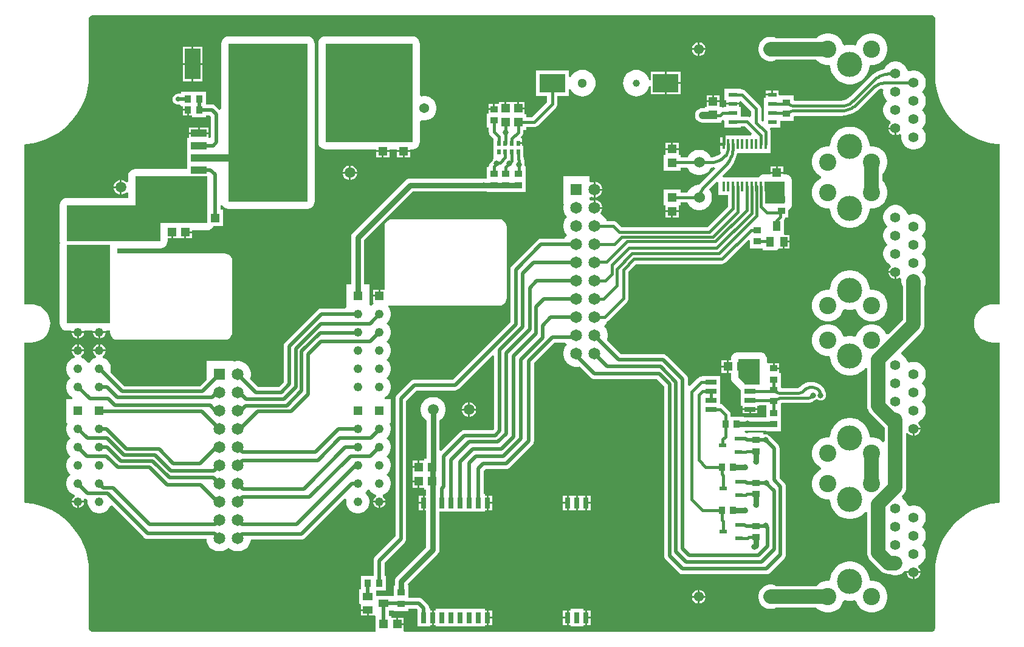
<source format=gtl>
G04*
G04 #@! TF.GenerationSoftware,Altium Limited,Altium Designer,24.5.2 (23)*
G04*
G04 Layer_Physical_Order=1*
G04 Layer_Color=255*
%FSLAX25Y25*%
%MOIN*%
G70*
G04*
G04 #@! TF.SameCoordinates,BBB7617A-DA1A-4C19-9726-6272869F5A44*
G04*
G04*
G04 #@! TF.FilePolarity,Positive*
G04*
G01*
G75*
%ADD16R,0.08504X0.04213*%
%ADD17R,0.03937X0.05512*%
%ADD18R,0.05512X0.03937*%
%ADD19R,0.03150X0.05906*%
%ADD20R,0.14173X0.10236*%
%ADD21R,0.01772X0.05709*%
%ADD22R,0.01968X0.03150*%
%ADD23R,0.04016X0.03701*%
%ADD24R,0.05118X0.04724*%
%ADD25R,0.04724X0.05118*%
%ADD26R,0.03701X0.04016*%
%ADD27R,0.11417X0.21260*%
%ADD28R,0.08661X0.16929*%
%ADD29R,0.04134X0.02362*%
%ADD30R,0.06016X0.02559*%
%ADD31R,0.05118X0.02362*%
%ADD65C,0.01654*%
%ADD66C,0.01575*%
%AMCUSTOMSHAPE67*
4,1,8,0.15098,-0.21260,0.09311,-0.21260,0.09311,-0.17126,-0.15098,-0.17126,-0.15098,0.17126,0.09311,0.17126,0.09311,0.21260,0.15098,0.21260,0.15098,-0.21260,0.0*%
%ADD67CUSTOMSHAPE67*%

%ADD68C,0.07874*%
%ADD69C,0.03150*%
%ADD70C,0.01968*%
%ADD71C,0.03937*%
%ADD72C,0.05512*%
%ADD73C,0.13780*%
%ADD74C,0.09449*%
%ADD75C,0.05906*%
%ADD76C,0.05118*%
%ADD77C,0.03937*%
%ADD78R,0.06496X0.06496*%
%ADD79C,0.06496*%
%ADD80C,0.05394*%
%ADD81R,0.05394X0.05394*%
%ADD82R,0.05394X0.05394*%
%ADD83C,0.04803*%
%ADD84R,0.04803X0.04803*%
%ADD85C,0.05437*%
%ADD86C,0.06000*%
%ADD87C,0.03150*%
%ADD88C,0.02756*%
G36*
X39370Y340312D02*
X500000D01*
X500894Y340056D01*
X501241Y339824D01*
X501473Y339477D01*
X501729Y338583D01*
X501741Y338523D01*
X501741Y337583D01*
X501743Y308057D01*
X501756Y307988D01*
X501736Y307571D01*
X501920Y303834D01*
X502469Y300132D01*
X503378Y296502D01*
X504638Y292979D01*
X506238Y289597D01*
X508162Y286387D01*
X510391Y283381D01*
X512904Y280609D01*
X515677Y278096D01*
X518682Y275867D01*
X521892Y273943D01*
X525275Y272343D01*
X528798Y271082D01*
X532428Y270173D01*
X536129Y269624D01*
X537162Y269573D01*
Y181735D01*
X533465D01*
X533465Y181735D01*
Y181735D01*
X533380Y181719D01*
X531827Y181596D01*
X530231Y181213D01*
X528713Y180585D01*
X527313Y179727D01*
X526064Y178660D01*
X524998Y177411D01*
X524140Y176011D01*
X523511Y174494D01*
X523128Y172897D01*
X522999Y171260D01*
X523128Y169623D01*
X523511Y168026D01*
X524140Y166509D01*
X524998Y165109D01*
X526064Y163860D01*
X527313Y162793D01*
X528713Y161935D01*
X530231Y161307D01*
X531827Y160923D01*
X533380Y160801D01*
X533465Y160784D01*
X537162D01*
Y72948D01*
X536130Y72897D01*
X532429Y72348D01*
X528798Y71439D01*
X525275Y70178D01*
X521892Y68578D01*
X518682Y66654D01*
X515676Y64425D01*
X512903Y61912D01*
X510390Y59139D01*
X508161Y56133D01*
X506237Y52923D01*
X504637Y49540D01*
X503376Y46016D01*
X502467Y42386D01*
X501918Y38685D01*
X501734Y34947D01*
X501755Y34530D01*
X501741Y34461D01*
Y3996D01*
X501729Y3937D01*
X501729Y3937D01*
X501473Y3043D01*
X501241Y2696D01*
X500672Y2315D01*
X500066Y2195D01*
X500000Y2208D01*
X210877D01*
X210117Y2785D01*
Y5844D01*
X206754D01*
Y6344D01*
X206254D01*
Y9903D01*
X203605D01*
Y10872D01*
X202191D01*
Y13780D01*
X203937D01*
Y13780D01*
X204919Y13735D01*
Y13546D01*
X212871D01*
Y14738D01*
X217270D01*
X217677Y14331D01*
Y4921D01*
X224764D01*
Y5890D01*
X225721D01*
Y9843D01*
Y13795D01*
X224764D01*
Y14764D01*
X224199Y15000D01*
X224097Y15771D01*
X223800Y16489D01*
X223326Y17106D01*
X220610Y19823D01*
X219993Y20296D01*
X219275Y20593D01*
X218504Y20695D01*
X212871D01*
Y27405D01*
X212768D01*
X212593Y28405D01*
X228748Y44559D01*
X229315Y45300D01*
X229673Y46162D01*
X229794Y47087D01*
Y54961D01*
Y67913D01*
X254764D01*
Y68882D01*
X255720D01*
Y72835D01*
Y76787D01*
X254764D01*
Y77756D01*
X254199D01*
Y90538D01*
X255084Y91424D01*
X266389D01*
X267160Y91525D01*
X267878Y91823D01*
X268495Y92296D01*
X280865Y104666D01*
X281338Y105283D01*
X281636Y106001D01*
X281737Y106772D01*
Y149573D01*
X292955Y160790D01*
X298948D01*
X299380Y160144D01*
X299799Y159724D01*
X299380Y159305D01*
X298593Y158128D01*
X298052Y156820D01*
X297776Y155432D01*
Y154017D01*
X298052Y152629D01*
X298593Y151321D01*
X299380Y150144D01*
X300380Y149143D01*
X301557Y148357D01*
X302865Y147816D01*
X304253Y147539D01*
X305668D01*
X306704Y147745D01*
X312855Y141595D01*
X313472Y141122D01*
X314190Y140824D01*
X314961Y140723D01*
X349160D01*
X353070Y136813D01*
Y43767D01*
X353172Y42996D01*
X353469Y42278D01*
X353942Y41661D01*
X361020Y34583D01*
X361020Y34583D01*
X361637Y34110D01*
X362355Y33812D01*
X363126Y33711D01*
X363126Y33711D01*
X409217D01*
X409987Y33812D01*
X410706Y34110D01*
X411323Y34583D01*
X419075Y42335D01*
X419075Y42335D01*
X419548Y42952D01*
X419845Y43670D01*
X419947Y44441D01*
Y81685D01*
X419845Y82456D01*
X419548Y83174D01*
X419075Y83791D01*
X416364Y86501D01*
Y102827D01*
X416364Y102827D01*
X416263Y103598D01*
X415965Y104316D01*
X415492Y104933D01*
X410878Y109547D01*
X410261Y110020D01*
X409543Y110318D01*
X408772Y110419D01*
X407520D01*
Y111260D01*
X399567D01*
Y111260D01*
X398933Y111054D01*
X397933Y111221D01*
Y111221D01*
X397767D01*
X397267Y112221D01*
X397528Y112568D01*
X398759D01*
X398895Y112586D01*
X399031Y112568D01*
X409199D01*
Y112165D01*
X417152D01*
Y118386D01*
Y124776D01*
Y126794D01*
X417600Y127608D01*
X431296D01*
Y127594D01*
X432823Y127745D01*
X434291Y128190D01*
X435644Y128913D01*
X436155Y129332D01*
X436904Y129842D01*
X437565Y129449D01*
X437567Y129448D01*
X437636Y129419D01*
X438247Y129166D01*
X438976Y129070D01*
X439706Y129166D01*
X440386Y129448D01*
X440970Y129896D01*
X441418Y130480D01*
X441700Y131160D01*
X441796Y131889D01*
X441804D01*
X441804Y131891D01*
X441674Y133213D01*
X441288Y134485D01*
X440662Y135658D01*
X439846Y136652D01*
X439843Y136674D01*
X439843Y136674D01*
X438523Y137757D01*
X437018Y138561D01*
X435385Y139057D01*
X433686Y139224D01*
X433686Y139221D01*
X432114Y139066D01*
X430603Y138608D01*
X430009Y138290D01*
X429871Y138233D01*
X429865Y138245D01*
X429722Y138186D01*
X428611Y137333D01*
X428259Y136875D01*
X427463Y136265D01*
X426584Y135900D01*
X417362D01*
X417152Y136847D01*
Y144231D01*
X416183D01*
Y146132D01*
X413175D01*
Y146632D01*
X412675D01*
Y149483D01*
X410167D01*
X409483Y150199D01*
Y151575D01*
X409347Y152603D01*
X408951Y153560D01*
X408320Y154383D01*
X407497Y155014D01*
X406540Y155411D01*
X405512Y155546D01*
X393701D01*
X392673Y155411D01*
X391715Y155014D01*
X390893Y154383D01*
X390262Y153560D01*
X389865Y152603D01*
X389730Y151575D01*
Y151197D01*
X388492D01*
Y147638D01*
Y144079D01*
X389730D01*
Y141732D01*
X389730Y141732D01*
X389865Y140705D01*
X390262Y139747D01*
X390893Y138924D01*
X394830Y134987D01*
X394830Y134987D01*
X395264Y134654D01*
Y130957D01*
Y125957D01*
X396232D01*
Y124705D01*
X404248D01*
Y125957D01*
X405217D01*
Y126385D01*
X409199D01*
Y124776D01*
Y119716D01*
X399854D01*
X399820Y119730D01*
X398895Y119852D01*
X397970Y119730D01*
X397936Y119716D01*
X396693D01*
Y120118D01*
X389473D01*
Y121221D01*
X389377Y121950D01*
X389095Y122630D01*
X388647Y123214D01*
X385663Y126198D01*
X385079Y126646D01*
X384399Y126928D01*
X383870Y126998D01*
Y130957D01*
Y135957D01*
Y142453D01*
X373917D01*
Y142024D01*
X373457D01*
X372727Y141928D01*
X372047Y141646D01*
X371463Y141198D01*
X367197Y136932D01*
X366273Y137315D01*
Y140642D01*
X366172Y141413D01*
X365874Y142131D01*
X365401Y142748D01*
X354590Y153559D01*
X353973Y154032D01*
X353255Y154330D01*
X352484Y154431D01*
X329466D01*
X321693Y162203D01*
X321870Y162629D01*
X322146Y164017D01*
Y165432D01*
X321870Y166820D01*
X321328Y168128D01*
X320542Y169305D01*
X320122Y169724D01*
X320542Y170144D01*
X321328Y171321D01*
X321710Y172244D01*
X321803Y172283D01*
X322387Y172731D01*
X332702Y183046D01*
X333150Y183630D01*
X333432Y184310D01*
X333528Y185039D01*
Y199620D01*
X337782Y203873D01*
X384881D01*
X385611Y203970D01*
X386291Y204251D01*
X386875Y204699D01*
X399328Y217152D01*
X400251Y216769D01*
Y212442D01*
X407283D01*
Y211413D01*
X415158D01*
Y211620D01*
X415732Y212382D01*
X416157Y212382D01*
X418201D01*
Y216138D01*
X418701D01*
Y216637D01*
X421669D01*
Y219893D01*
X419823D01*
X418898Y220075D01*
X418898Y220893D01*
Y227962D01*
X419159Y228302D01*
X419437Y228973D01*
X419479Y229291D01*
X421299D01*
Y233508D01*
X422099Y234122D01*
X422730Y234945D01*
X423127Y235903D01*
X423262Y236930D01*
Y249163D01*
X423127Y250191D01*
X422730Y251148D01*
X422099Y251971D01*
X421277Y252602D01*
X420319Y252998D01*
X419291Y253134D01*
X418520D01*
Y253420D01*
X414961D01*
X411402D01*
Y253134D01*
X408327D01*
X407300Y252998D01*
X406342Y252602D01*
X405519Y251971D01*
X404976Y251263D01*
X385390D01*
X385008Y252187D01*
X388117Y255296D01*
X388128Y255284D01*
X389743Y257125D01*
X391103Y259161D01*
X392186Y261358D01*
X392572Y262496D01*
X392986Y263495D01*
X393311Y264845D01*
X411614D01*
Y274491D01*
X411540D01*
Y276279D01*
X411445Y276999D01*
X411167Y277669D01*
X411128Y277720D01*
X411621Y278720D01*
X416929D01*
Y282441D01*
X424107D01*
Y284344D01*
X424436Y285224D01*
X449945D01*
Y285200D01*
X452368Y285391D01*
X454730Y285958D01*
X456975Y286888D01*
X459047Y288158D01*
X460895Y289736D01*
X460895Y289736D01*
X461585Y290459D01*
X469550Y298424D01*
X469573Y298454D01*
X470633Y299324D01*
X471876Y299989D01*
X472459Y300166D01*
X473323Y299382D01*
X473248Y299006D01*
Y297687D01*
X473505Y296394D01*
X474010Y295176D01*
X474742Y294080D01*
X475476Y293347D01*
X474742Y292613D01*
X474010Y291517D01*
X473505Y290299D01*
X473248Y289006D01*
Y287687D01*
X473505Y286394D01*
X474010Y285176D01*
X474742Y284080D01*
X475674Y283148D01*
X476771Y282415D01*
X477182Y282245D01*
X477293Y282025D01*
X477368Y281085D01*
X476935Y280653D01*
X476441Y279796D01*
X476187Y278846D01*
X479941D01*
Y278346D01*
X480441D01*
Y274592D01*
X481391Y274847D01*
X482247Y275341D01*
X482254Y275348D01*
X482491Y275325D01*
X483295Y274241D01*
X483248Y274006D01*
Y272687D01*
X483505Y271394D01*
X484010Y270176D01*
X484742Y269080D01*
X485674Y268148D01*
X486771Y267415D01*
X487989Y266911D01*
X489282Y266653D01*
X490600D01*
X491893Y266911D01*
X493111Y267415D01*
X494207Y268148D01*
X495140Y269080D01*
X495872Y270176D01*
X496377Y271394D01*
X496634Y272687D01*
Y274006D01*
X496377Y275299D01*
X495872Y276517D01*
X495140Y277613D01*
X494406Y278346D01*
X495140Y279080D01*
X495872Y280176D01*
X496377Y281394D01*
X496634Y282687D01*
Y284006D01*
X496377Y285299D01*
X495872Y286517D01*
X495140Y287613D01*
X494406Y288347D01*
X495140Y289080D01*
X495872Y290176D01*
X496377Y291394D01*
X496634Y292687D01*
Y294006D01*
X496377Y295299D01*
X495872Y296517D01*
X495140Y297613D01*
X494406Y298346D01*
X495140Y299080D01*
X495872Y300176D01*
X496377Y301394D01*
X496634Y302687D01*
Y304006D01*
X496377Y305299D01*
X495872Y306517D01*
X495140Y307613D01*
X494207Y308545D01*
X493111Y309278D01*
X491893Y309782D01*
X490600Y310039D01*
X489282D01*
X487989Y309782D01*
X487536Y309595D01*
X486395Y310205D01*
X486377Y310299D01*
X485872Y311517D01*
X485140Y312613D01*
X484207Y313545D01*
X483111Y314278D01*
X481893Y314782D01*
X480600Y315039D01*
X479282D01*
X477989Y314782D01*
X476771Y314278D01*
X475674Y313545D01*
X474742Y312613D01*
X474010Y311517D01*
X473712Y310798D01*
X472185Y310431D01*
X469938Y309501D01*
X467865Y308230D01*
X466016Y306651D01*
X466016Y306651D01*
X465325Y305927D01*
X455018Y295619D01*
X454995Y295589D01*
X453935Y294719D01*
X452692Y294055D01*
X451343Y293646D01*
X449978Y293511D01*
X449940Y293516D01*
X424436D01*
X424107Y294396D01*
Y296299D01*
X416154D01*
X415961Y297219D01*
Y299051D01*
X412902D01*
Y296870D01*
X412402D01*
Y296370D01*
X408843D01*
Y295020D01*
X407874D01*
Y288720D01*
Y282563D01*
X406970Y282172D01*
X406323Y282700D01*
Y289011D01*
X406228Y289731D01*
X405951Y290401D01*
X405509Y290977D01*
X397650Y298836D01*
X397074Y299277D01*
X396404Y299555D01*
X395684Y299650D01*
X395276D01*
Y300020D01*
X386221D01*
Y293721D01*
X387189D01*
Y292370D01*
X390748D01*
X394307D01*
Y292902D01*
X395307Y293316D01*
X400764Y287860D01*
Y285112D01*
X400274Y284767D01*
X399764Y284568D01*
X399236Y284787D01*
X398517Y284881D01*
X395276D01*
Y290020D01*
X394307D01*
Y291370D01*
X390748D01*
X387189D01*
Y290020D01*
X386221D01*
Y289911D01*
X385221Y289681D01*
X384437Y289961D01*
Y289961D01*
X383469Y290037D01*
Y292610D01*
X379910D01*
X376351D01*
Y289961D01*
X375382D01*
Y289404D01*
X374016D01*
X372988Y289269D01*
X372030Y288872D01*
X371208Y288241D01*
X370577Y287419D01*
X370180Y286461D01*
X370045Y285433D01*
X370180Y284405D01*
X370577Y283448D01*
X371208Y282625D01*
X372030Y281994D01*
X372988Y281597D01*
X374016Y281462D01*
X375382D01*
Y281299D01*
X384437D01*
Y282556D01*
X385333Y282981D01*
X386221Y282511D01*
Y278720D01*
X395276D01*
Y279322D01*
X397365D01*
X401272Y275415D01*
X400889Y274491D01*
X385433D01*
Y273523D01*
X383843D01*
Y265814D01*
X383843Y265814D01*
X383843D01*
X384226Y264973D01*
X384227Y264814D01*
X383024Y263827D01*
X381512Y263019D01*
X379872Y262521D01*
X378685Y262404D01*
X378490Y262876D01*
X377731Y264012D01*
X376765Y264978D01*
X375628Y265737D01*
X374366Y266260D01*
X373026Y266527D01*
X371659D01*
X370319Y266260D01*
X369057Y265737D01*
X367921Y264978D01*
X366954Y264012D01*
X366195Y262876D01*
X365985Y262369D01*
X361993D01*
Y263889D01*
X361024D01*
Y266538D01*
X357465D01*
X353906D01*
Y263889D01*
X352938D01*
Y255227D01*
X361993D01*
Y256810D01*
X365985D01*
X366195Y256304D01*
X366954Y255168D01*
X367921Y254201D01*
X369057Y253442D01*
X370319Y252919D01*
X371659Y252653D01*
X373026D01*
X374366Y252919D01*
X375628Y253442D01*
X376765Y254201D01*
X377731Y255168D01*
X378490Y256304D01*
X378709Y256832D01*
X380405Y256966D01*
X380613Y257016D01*
X381102Y256143D01*
X372552Y247593D01*
X372534Y247611D01*
X372290Y247314D01*
X371659D01*
X370319Y247047D01*
X369057Y246525D01*
X367921Y245765D01*
X366954Y244799D01*
X366195Y243663D01*
X365985Y243157D01*
X361993D01*
Y244598D01*
X352938D01*
Y235937D01*
X353906D01*
Y233287D01*
X361024D01*
Y235937D01*
X361993D01*
Y237597D01*
X365985D01*
X366195Y237091D01*
X366954Y235955D01*
X367921Y234989D01*
X369057Y234229D01*
X370319Y233707D01*
X371659Y233440D01*
X373026D01*
X374366Y233707D01*
X375628Y234229D01*
X376765Y234989D01*
X377731Y235955D01*
X378490Y237091D01*
X379013Y238353D01*
X379280Y239694D01*
Y241060D01*
X379013Y242401D01*
X378490Y243663D01*
X377731Y244799D01*
X377675Y244855D01*
X381950Y249130D01*
X382874Y248747D01*
Y241617D01*
X388027D01*
Y235446D01*
X376708Y224127D01*
X329762D01*
X327170Y226718D01*
X326587Y227166D01*
X325907Y227448D01*
X325177Y227544D01*
X321570D01*
X321328Y228128D01*
X320542Y229305D01*
X319541Y230305D01*
X318595Y230937D01*
X318314Y231967D01*
X318388Y232164D01*
X318919Y233085D01*
X319209Y234165D01*
Y234224D01*
X314961D01*
Y234724D01*
X314461D01*
Y238972D01*
X314401D01*
X313321Y238683D01*
X313146Y238582D01*
X312146Y239159D01*
Y240290D01*
X313146Y240867D01*
X313321Y240766D01*
X314401Y240476D01*
X314461D01*
Y244724D01*
Y248972D01*
X314401D01*
X313321Y248683D01*
X313146Y248582D01*
X312146Y249159D01*
Y251909D01*
X297776D01*
Y237539D01*
X297776Y237539D01*
X297996Y236539D01*
X297776Y235432D01*
Y234017D01*
X298052Y232629D01*
X298593Y231321D01*
X299380Y230144D01*
X299799Y229724D01*
X299380Y229305D01*
X298593Y228128D01*
X298052Y226820D01*
X297776Y225432D01*
Y224017D01*
X298052Y222629D01*
X298593Y221321D01*
X299380Y220144D01*
X299799Y219724D01*
X299380Y219305D01*
X298593Y218128D01*
X298417Y217703D01*
X285591D01*
X285591Y217703D01*
X284820Y217601D01*
X284101Y217304D01*
X283485Y216830D01*
X269548Y202893D01*
X269074Y202276D01*
X268777Y201558D01*
X268675Y200787D01*
Y171988D01*
X237174Y140487D01*
X216249D01*
X216248Y140487D01*
X215478Y140385D01*
X214759Y140088D01*
X214143Y139614D01*
X214142Y139614D01*
X206556Y132027D01*
X206082Y131410D01*
X205785Y130692D01*
X205683Y129921D01*
Y54383D01*
X194619Y43319D01*
X194146Y42702D01*
X193848Y41984D01*
X193746Y41213D01*
Y32776D01*
X186685D01*
Y25394D01*
X185827D01*
Y17520D01*
X186033D01*
X186795Y16945D01*
X186795Y16520D01*
Y14476D01*
X190551D01*
Y13976D01*
X191051D01*
Y11008D01*
X194000D01*
X194351Y10957D01*
X194943Y10271D01*
Y2208D01*
X39370D01*
X39304Y2195D01*
X38698Y2315D01*
X38129Y2696D01*
X37897Y3043D01*
X37641Y3937D01*
X37629Y4932D01*
Y34461D01*
X37615Y34530D01*
X37636Y34947D01*
X37452Y38685D01*
X36903Y42386D01*
X35994Y46016D01*
X34733Y49540D01*
X33133Y52923D01*
X31209Y56133D01*
X28980Y59139D01*
X26467Y61912D01*
X23694Y64425D01*
X20688Y66654D01*
X17478Y68578D01*
X14095Y70178D01*
X10572Y71439D01*
X6942Y72348D01*
X3240Y72897D01*
X2208Y72948D01*
Y160784D01*
X5906D01*
X5906Y160784D01*
Y160784D01*
X5990Y160801D01*
X7543Y160923D01*
X9139Y161307D01*
X10657Y161935D01*
X12057Y162793D01*
X13306Y163860D01*
X14372Y165109D01*
X15230Y166509D01*
X15859Y168026D01*
X16242Y169623D01*
X16371Y171260D01*
X16242Y172897D01*
X15859Y174494D01*
X15230Y176011D01*
X14372Y177411D01*
X13306Y178660D01*
X12057Y179727D01*
X10657Y180585D01*
X9139Y181213D01*
X7543Y181596D01*
X5990Y181719D01*
X5906Y181735D01*
X2196D01*
Y269571D01*
X3240Y269623D01*
X6942Y270172D01*
X10572Y271081D01*
X14095Y272342D01*
X17478Y273942D01*
X20688Y275866D01*
X23694Y278095D01*
X26467Y280608D01*
X28980Y283381D01*
X31209Y286387D01*
X33133Y289597D01*
X34733Y292980D01*
X35994Y296503D01*
X36903Y300133D01*
X37452Y303835D01*
X37636Y307573D01*
X37615Y307990D01*
X37629Y308059D01*
Y338523D01*
X37641Y338583D01*
X37641Y338583D01*
X37897Y339477D01*
X38129Y339824D01*
X38698Y340205D01*
X39304Y340325D01*
X39370Y340312D01*
D02*
G37*
G36*
X419291Y236930D02*
X408327D01*
Y249163D01*
X419291D01*
Y236930D01*
D02*
G37*
G36*
X405512Y137795D02*
X397638D01*
X393701Y141732D01*
Y151575D01*
X405512D01*
Y137795D01*
D02*
G37*
G36*
X259915Y153497D02*
Y113484D01*
X259127Y112696D01*
X243576D01*
X242806Y112595D01*
X242087Y112297D01*
X241470Y111824D01*
X230912Y101266D01*
X229912Y101680D01*
Y118117D01*
X230731Y118664D01*
X231690Y119624D01*
X232444Y120752D01*
X232964Y122006D01*
X233228Y123337D01*
Y124694D01*
X232964Y126025D01*
X232444Y127279D01*
X231690Y128408D01*
X230731Y129367D01*
X229602Y130121D01*
X228348Y130641D01*
X227017Y130905D01*
X225660D01*
X224329Y130641D01*
X223075Y130121D01*
X221947Y129367D01*
X220987Y128408D01*
X220233Y127279D01*
X219714Y126025D01*
X219449Y124694D01*
Y123337D01*
X219714Y122006D01*
X220233Y120752D01*
X220987Y119624D01*
X221947Y118664D01*
X222765Y118117D01*
Y97047D01*
X221614D01*
Y96079D01*
X218965D01*
Y92520D01*
X218465D01*
Y92020D01*
X215102D01*
Y88961D01*
X215102D01*
Y88205D01*
X215102D01*
Y85146D01*
X218465D01*
Y84646D01*
X218965D01*
Y81087D01*
X221614D01*
Y80118D01*
X222647D01*
Y76787D01*
X221721D01*
Y72835D01*
Y68882D01*
X222647D01*
Y54961D01*
Y48567D01*
X206368Y32288D01*
X205800Y31548D01*
X205443Y30686D01*
X205321Y29761D01*
Y27405D01*
X204919D01*
Y21698D01*
X203937Y21654D01*
Y21654D01*
X195276D01*
Y24823D01*
X200544D01*
Y32776D01*
X199703D01*
Y39979D01*
X210767Y51044D01*
X210767Y51044D01*
X211241Y51661D01*
X211538Y52379D01*
X211640Y53150D01*
X211640Y53150D01*
Y128688D01*
X217482Y134530D01*
X238407D01*
X239178Y134632D01*
X239897Y134929D01*
X240513Y135402D01*
X258991Y153880D01*
X259915Y153497D01*
D02*
G37*
%LPC*%
G36*
X467802Y330512D02*
X466096D01*
X464422Y330179D01*
X462846Y329526D01*
X461427Y328578D01*
X460221Y327372D01*
X459273Y325953D01*
X458620Y324377D01*
X458610Y324324D01*
X457747Y323819D01*
X457476Y323907D01*
X455793Y324173D01*
X454089D01*
X452406Y323907D01*
X452135Y323819D01*
X451272Y324324D01*
X451262Y324377D01*
X450609Y325953D01*
X449661Y327372D01*
X448454Y328578D01*
X447036Y329526D01*
X445460Y330179D01*
X443786Y330512D01*
X442080D01*
X440407Y330179D01*
X438830Y329526D01*
X437412Y328578D01*
X436618Y327784D01*
X414483D01*
X413359Y328250D01*
X412073Y328506D01*
X410762D01*
X409476Y328250D01*
X408265Y327748D01*
X407175Y327020D01*
X406248Y326093D01*
X405519Y325003D01*
X405018Y323792D01*
X404762Y322506D01*
Y321195D01*
X405018Y319909D01*
X405519Y318698D01*
X406248Y317608D01*
X407175Y316681D01*
X408265Y315952D01*
X409476Y315451D01*
X410762Y315195D01*
X412073D01*
X413359Y315451D01*
X414483Y315916D01*
X436618D01*
X437412Y315123D01*
X438830Y314175D01*
X440407Y313522D01*
X442080Y313189D01*
X443786D01*
X444154Y312243D01*
X444381Y310811D01*
X444907Y309190D01*
X445681Y307672D01*
X446683Y306293D01*
X447888Y305088D01*
X449266Y304087D01*
X450785Y303313D01*
X452406Y302786D01*
X454089Y302520D01*
X455793D01*
X457476Y302786D01*
X459097Y303313D01*
X460615Y304087D01*
X461994Y305088D01*
X463199Y306293D01*
X464201Y307672D01*
X464974Y309190D01*
X465501Y310811D01*
X465728Y312243D01*
X466096Y313189D01*
X467802D01*
X469475Y313522D01*
X471052Y314175D01*
X472470Y315123D01*
X473677Y316329D01*
X474624Y317748D01*
X475277Y319324D01*
X475610Y320997D01*
Y322704D01*
X475277Y324377D01*
X474624Y325953D01*
X473677Y327372D01*
X472470Y328578D01*
X471052Y329526D01*
X469475Y330179D01*
X467802Y330512D01*
D02*
G37*
G36*
X372547Y325566D02*
Y322350D01*
X375763D01*
X375512Y323286D01*
X375023Y324134D01*
X374330Y324826D01*
X373482Y325315D01*
X372547Y325566D01*
D02*
G37*
G36*
X371547Y325566D02*
X370612Y325315D01*
X369764Y324826D01*
X369072Y324134D01*
X368582Y323286D01*
X368332Y322350D01*
X371547D01*
Y325566D01*
D02*
G37*
G36*
Y321350D02*
X368332D01*
X368582Y320415D01*
X369072Y319567D01*
X369764Y318875D01*
X370612Y318385D01*
X371547Y318135D01*
Y321350D01*
D02*
G37*
G36*
X375763D02*
X372547D01*
Y318135D01*
X373482Y318385D01*
X374330Y318875D01*
X375023Y319567D01*
X375512Y320415D01*
X375763Y321350D01*
D02*
G37*
G36*
X99656Y323141D02*
X94825D01*
Y314177D01*
X99656D01*
Y323141D01*
D02*
G37*
G36*
X93825D02*
X88995D01*
Y314177D01*
X93825D01*
Y323141D01*
D02*
G37*
G36*
X308287Y310397D02*
X306873Y310258D01*
X305514Y309845D01*
X304261Y309176D01*
X303163Y308274D01*
X302261Y307176D01*
X301807Y306326D01*
X300807Y306577D01*
Y310236D01*
X282697D01*
Y296063D01*
X288972D01*
Y292903D01*
X280641Y284572D01*
X277539D01*
Y286123D01*
X276571D01*
Y288772D01*
X273012D01*
Y289272D01*
X272512D01*
Y292635D01*
X266571D01*
Y289272D01*
X265571D01*
Y292635D01*
X262512D01*
Y291730D01*
X260193D01*
Y288880D01*
X259693D01*
Y288380D01*
X256685D01*
Y286478D01*
X255717D01*
Y278840D01*
X256913D01*
Y276458D01*
X257008Y275739D01*
X257286Y275068D01*
X257727Y274492D01*
X259449Y272771D01*
Y266535D01*
Y261811D01*
X259449D01*
X259305Y260871D01*
X257729Y259295D01*
X257287Y258719D01*
X257009Y258049D01*
X256915Y257329D01*
Y257234D01*
X255717D01*
Y250769D01*
X254296D01*
X254050Y250736D01*
X213698D01*
X212773Y250614D01*
X211911Y250257D01*
X211171Y249689D01*
X182512Y221031D01*
X181944Y220291D01*
X181587Y219429D01*
X181465Y218504D01*
Y192756D01*
X178701D01*
Y180079D01*
X177984Y179396D01*
X164999D01*
X164999Y179396D01*
X164228Y179294D01*
X163510Y178997D01*
X162893Y178523D01*
X162893Y178523D01*
X145375Y161005D01*
X144902Y160388D01*
X144604Y159670D01*
X144503Y158899D01*
Y139205D01*
X141786Y136488D01*
X130323D01*
X125906Y140904D01*
X126082Y141329D01*
X126358Y142718D01*
Y144133D01*
X126082Y145521D01*
X125540Y146829D01*
X124754Y148005D01*
X123753Y149006D01*
X122577Y149793D01*
X121269Y150334D01*
X119881Y150610D01*
X118466D01*
X117358Y150390D01*
X116358Y150610D01*
Y150610D01*
X101988D01*
Y140452D01*
X98420Y136884D01*
X57052D01*
X49392Y144544D01*
X49402Y144568D01*
X49646Y145793D01*
Y147042D01*
X49402Y148266D01*
X48924Y149420D01*
X48231Y150458D01*
X47348Y151341D01*
X46310Y152034D01*
X45267Y152466D01*
X45146Y152833D01*
X45124Y153538D01*
X45396Y153695D01*
X46029Y154329D01*
X46477Y155104D01*
X46695Y155917D01*
X43307D01*
X39919D01*
X40137Y155104D01*
X40585Y154329D01*
X41219Y153695D01*
X41491Y153538D01*
X41468Y152833D01*
X41347Y152466D01*
X40305Y152034D01*
X39266Y151341D01*
X38384Y150458D01*
X37982Y149857D01*
X37950Y149841D01*
X36853D01*
X36821Y149857D01*
X36419Y150458D01*
X35537Y151341D01*
X34499Y152034D01*
X33456Y152466D01*
X33335Y152833D01*
X33313Y153538D01*
X33585Y153695D01*
X34218Y154329D01*
X34666Y155104D01*
X34884Y155917D01*
X31496D01*
X28109D01*
X28326Y155104D01*
X28774Y154329D01*
X29407Y153695D01*
X29680Y153538D01*
X29657Y152833D01*
X29536Y152466D01*
X28494Y152034D01*
X27455Y151341D01*
X26573Y150458D01*
X25879Y149420D01*
X25401Y148266D01*
X25157Y147042D01*
Y145793D01*
X25401Y144568D01*
X25879Y143415D01*
X26573Y142377D01*
X26851Y142099D01*
X27394Y141417D01*
X26851Y140736D01*
X26573Y140458D01*
X25879Y139420D01*
X25401Y138266D01*
X25157Y137042D01*
Y135793D01*
X25401Y134568D01*
X25879Y133415D01*
X26573Y132377D01*
X27455Y131494D01*
X28494Y130800D01*
X28581Y130764D01*
X28383Y129764D01*
X25157D01*
Y117087D01*
X25231D01*
X25738Y116087D01*
X25401Y115274D01*
X25157Y114049D01*
Y112801D01*
X25401Y111576D01*
X25879Y110423D01*
X26573Y109385D01*
X26851Y109107D01*
X27394Y108425D01*
X26851Y107744D01*
X26573Y107466D01*
X25879Y106428D01*
X25401Y105274D01*
X25157Y104050D01*
Y102801D01*
X25401Y101576D01*
X25879Y100423D01*
X26573Y99385D01*
X26851Y99107D01*
X27394Y98425D01*
X26851Y97744D01*
X26573Y97466D01*
X25879Y96428D01*
X25401Y95274D01*
X25157Y94050D01*
Y92801D01*
X25401Y91576D01*
X25879Y90423D01*
X26573Y89385D01*
X26851Y89107D01*
X27394Y88425D01*
X26851Y87744D01*
X26573Y87466D01*
X25879Y86428D01*
X25401Y85274D01*
X25157Y84049D01*
Y82801D01*
X25401Y81576D01*
X25879Y80423D01*
X26573Y79385D01*
X27455Y78502D01*
X28494Y77808D01*
X29536Y77376D01*
X29657Y77009D01*
X29680Y76304D01*
X29407Y76147D01*
X28774Y75514D01*
X28326Y74738D01*
X28109Y73925D01*
X31496D01*
X34884D01*
X34666Y74738D01*
X34654Y74759D01*
X35228Y75380D01*
X36049Y75218D01*
X36060Y75213D01*
X36096Y75209D01*
X36183Y75192D01*
X36999Y74200D01*
X36968Y74050D01*
Y72801D01*
X37212Y71576D01*
X37690Y70423D01*
X38384Y69385D01*
X39266Y68502D01*
X40305Y67808D01*
X41458Y67330D01*
X42683Y67087D01*
X43931D01*
X45156Y67330D01*
X46310Y67808D01*
X47348Y68502D01*
X48231Y69385D01*
X48924Y70423D01*
X49169Y71015D01*
X50326Y71272D01*
X67614Y53984D01*
X67614Y53984D01*
X68231Y53511D01*
X68949Y53214D01*
X69720Y53112D01*
X101988D01*
Y52718D01*
X102264Y51329D01*
X102806Y50022D01*
X103592Y48845D01*
X104593Y47844D01*
X105770Y47058D01*
X107077Y46516D01*
X108466Y46240D01*
X109881D01*
X111269Y46516D01*
X112577Y47058D01*
X113753Y47844D01*
X114173Y48264D01*
X114593Y47844D01*
X115770Y47058D01*
X117077Y46516D01*
X118466Y46240D01*
X119881D01*
X121269Y46516D01*
X122577Y47058D01*
X123753Y47844D01*
X124754Y48845D01*
X125540Y50022D01*
X126082Y51329D01*
X126358Y52718D01*
Y52731D01*
X154134D01*
X154905Y52832D01*
X155623Y53130D01*
X156240Y53603D01*
X177928Y75291D01*
X178850Y74799D01*
X178701Y74050D01*
Y72801D01*
X178944Y71576D01*
X179422Y70423D01*
X180116Y69385D01*
X180999Y68502D01*
X182037Y67808D01*
X183191Y67330D01*
X184415Y67087D01*
X185664D01*
X186888Y67330D01*
X188042Y67808D01*
X189080Y68502D01*
X189963Y69385D01*
X190657Y70423D01*
X191134Y71576D01*
X191378Y72801D01*
Y74050D01*
X191134Y75274D01*
X190657Y76428D01*
X189963Y77466D01*
X189685Y77744D01*
X189141Y78425D01*
X189685Y79106D01*
X189963Y79385D01*
X190364Y79985D01*
X190396Y80001D01*
X191493D01*
X191526Y79985D01*
X191927Y79385D01*
X192810Y78502D01*
X193848Y77808D01*
X194890Y77376D01*
X195012Y77009D01*
X195034Y76304D01*
X194762Y76147D01*
X194129Y75514D01*
X193681Y74738D01*
X193463Y73925D01*
X196850D01*
X200238D01*
X200020Y74738D01*
X199572Y75514D01*
X198939Y76147D01*
X198667Y76304D01*
X198689Y77009D01*
X198810Y77376D01*
X199853Y77808D01*
X200891Y78502D01*
X201774Y79385D01*
X202468Y80423D01*
X202945Y81576D01*
X203189Y82801D01*
Y84049D01*
X202945Y85274D01*
X202468Y86428D01*
X201774Y87466D01*
X201496Y87744D01*
X200952Y88425D01*
X201496Y89107D01*
X201774Y89385D01*
X202468Y90423D01*
X202945Y91576D01*
X203189Y92801D01*
Y94050D01*
X202945Y95274D01*
X202468Y96428D01*
X201774Y97466D01*
X201496Y97744D01*
X200952Y98425D01*
X201496Y99107D01*
X201774Y99385D01*
X202468Y100423D01*
X202945Y101576D01*
X203189Y102801D01*
Y104050D01*
X202945Y105274D01*
X202468Y106428D01*
X201774Y107466D01*
X201496Y107744D01*
X200952Y108425D01*
X201496Y109107D01*
X201774Y109385D01*
X202468Y110423D01*
X202945Y111576D01*
X203189Y112801D01*
Y114049D01*
X202945Y115274D01*
X202609Y116087D01*
X203115Y117087D01*
X203189D01*
Y129764D01*
X199964D01*
X199765Y130764D01*
X199853Y130800D01*
X200891Y131494D01*
X201774Y132377D01*
X202468Y133415D01*
X202945Y134568D01*
X203189Y135793D01*
Y137042D01*
X202945Y138266D01*
X202468Y139420D01*
X201774Y140458D01*
X201496Y140736D01*
X200952Y141417D01*
X201496Y142099D01*
X201774Y142377D01*
X202468Y143415D01*
X202945Y144568D01*
X203189Y145793D01*
Y147042D01*
X202945Y148266D01*
X202468Y149420D01*
X201774Y150458D01*
X201496Y150736D01*
X200952Y151417D01*
X201496Y152099D01*
X201774Y152377D01*
X202468Y153415D01*
X202945Y154568D01*
X203189Y155793D01*
Y157042D01*
X202945Y158266D01*
X202468Y159420D01*
X201774Y160458D01*
X201496Y160736D01*
X200952Y161417D01*
X201496Y162099D01*
X201774Y162377D01*
X202468Y163415D01*
X202945Y164568D01*
X203189Y165793D01*
Y167042D01*
X202945Y168266D01*
X202468Y169420D01*
X201774Y170458D01*
X201496Y170736D01*
X200952Y171417D01*
X201496Y172099D01*
X201774Y172377D01*
X202468Y173415D01*
X202945Y174568D01*
X203189Y175793D01*
Y177042D01*
X202945Y178266D01*
X202468Y179420D01*
X201774Y180458D01*
X201677Y180555D01*
X202243Y181403D01*
X202724Y181204D01*
X203752Y181068D01*
X262795D01*
X263823Y181204D01*
X264781Y181600D01*
X265603Y182231D01*
X266234Y183054D01*
X266631Y184012D01*
X266766Y185039D01*
Y224410D01*
X266631Y225437D01*
X266234Y226395D01*
X265603Y227217D01*
X264781Y227848D01*
X263823Y228245D01*
X262795Y228380D01*
X203752D01*
X202724Y228245D01*
X201766Y227848D01*
X200944Y227217D01*
X200313Y226395D01*
X199916Y225437D01*
X199781Y224410D01*
Y189819D01*
X197350D01*
Y186417D01*
X196850D01*
Y185917D01*
X193449D01*
Y183016D01*
X193604D01*
X193848Y182035D01*
X192810Y181341D01*
X192378Y180909D01*
X191378Y181323D01*
Y192756D01*
X188613D01*
Y217024D01*
X215178Y243588D01*
X254264D01*
X254510Y243621D01*
X255717D01*
Y243376D01*
X276988D01*
Y249596D01*
Y257234D01*
X276988D01*
X276331Y258234D01*
X276374Y258561D01*
Y260890D01*
X276279Y261609D01*
X276002Y262279D01*
X275984Y262302D01*
Y268898D01*
X275016D01*
Y269579D01*
X273031D01*
Y270579D01*
X275016D01*
Y272654D01*
X274742D01*
X274359Y273577D01*
X274977Y274196D01*
X275419Y274772D01*
X275697Y275442D01*
X275792Y276161D01*
Y277461D01*
X277539D01*
Y279012D01*
X281792D01*
X282511Y279107D01*
X283182Y279385D01*
X283758Y279826D01*
X293718Y289787D01*
X294159Y290362D01*
X294437Y291033D01*
X294532Y291752D01*
Y296063D01*
X300807D01*
Y299723D01*
X301807Y299973D01*
X302261Y299123D01*
X303163Y298025D01*
X304261Y297124D01*
X305514Y296454D01*
X306873Y296041D01*
X308287Y295902D01*
X309701Y296041D01*
X311061Y296454D01*
X312314Y297124D01*
X313412Y298025D01*
X314314Y299123D01*
X314983Y300376D01*
X315396Y301736D01*
X315535Y303150D01*
X315396Y304563D01*
X314983Y305923D01*
X314314Y307176D01*
X313412Y308274D01*
X312314Y309176D01*
X311061Y309845D01*
X309701Y310258D01*
X308287Y310397D01*
D02*
G37*
G36*
X99656Y313177D02*
X94825D01*
Y304212D01*
X99656D01*
Y313177D01*
D02*
G37*
G36*
X93825D02*
X88995D01*
Y304212D01*
X93825D01*
Y313177D01*
D02*
G37*
G36*
X362004Y309268D02*
X354417D01*
Y303650D01*
X362004D01*
Y309268D01*
D02*
G37*
G36*
X411902Y299051D02*
X408843D01*
Y297370D01*
X411902D01*
Y299051D01*
D02*
G37*
G36*
X362004Y302650D02*
X354417D01*
Y297031D01*
X362004D01*
Y302650D01*
D02*
G37*
G36*
X337776Y310397D02*
X336362Y310258D01*
X335002Y309845D01*
X333749Y309176D01*
X332651Y308274D01*
X331750Y307176D01*
X331080Y305923D01*
X330667Y304563D01*
X330528Y303150D01*
X330667Y301736D01*
X331080Y300376D01*
X331750Y299123D01*
X332651Y298025D01*
X333749Y297124D01*
X335002Y296454D01*
X336362Y296041D01*
X337776Y295902D01*
X339190Y296041D01*
X340549Y296454D01*
X341802Y297124D01*
X342900Y298025D01*
X343802Y299123D01*
X344471Y300376D01*
X344831Y301561D01*
X345831Y301412D01*
Y297031D01*
X353417D01*
Y303150D01*
Y309268D01*
X345831D01*
Y304887D01*
X344831Y304739D01*
X344471Y305923D01*
X343802Y307176D01*
X342900Y308274D01*
X341802Y309176D01*
X340549Y309845D01*
X339190Y310258D01*
X337776Y310397D01*
D02*
G37*
G36*
X383469Y296472D02*
X380410D01*
Y293610D01*
X383469D01*
Y296472D01*
D02*
G37*
G36*
X379410D02*
X376351D01*
Y293610D01*
X379410D01*
Y296472D01*
D02*
G37*
G36*
X276571Y292635D02*
X273512D01*
Y289772D01*
X276571D01*
Y292635D01*
D02*
G37*
G36*
X259193Y291730D02*
X256685D01*
Y289380D01*
X259193D01*
Y291730D01*
D02*
G37*
G36*
X157480Y328774D02*
X114173D01*
X113145Y328639D01*
X112188Y328242D01*
X111365Y327611D01*
X110734Y326789D01*
X110338Y325831D01*
X110202Y324803D01*
Y288911D01*
X109202Y288501D01*
X107167Y290535D01*
X106551Y291009D01*
X105832Y291306D01*
X105062Y291408D01*
X101884D01*
Y298311D01*
X88026D01*
Y297313D01*
X86602D01*
X85832Y297212D01*
X85113Y296914D01*
X84496Y296441D01*
X84496Y296441D01*
X84403Y296348D01*
X83930Y295731D01*
X83632Y295013D01*
X83531Y294242D01*
X83632Y293471D01*
X83930Y292753D01*
X84403Y292136D01*
X85020Y291663D01*
X85738Y291365D01*
X86509Y291264D01*
X87026Y291332D01*
X88026Y290810D01*
Y290359D01*
X88995D01*
Y288930D01*
X91845D01*
Y288430D01*
X92345D01*
Y285422D01*
X94247D01*
Y284453D01*
X101884D01*
Y285451D01*
X103828D01*
X104408Y284872D01*
Y273830D01*
X104049Y272979D01*
X103081D01*
Y275097D01*
X97829D01*
X92577D01*
Y272979D01*
X91608D01*
Y264829D01*
Y258136D01*
Y255940D01*
X62992D01*
X61964Y255804D01*
X61007Y255408D01*
X60184Y254776D01*
X59553Y253954D01*
X59157Y252996D01*
X59021Y251969D01*
Y249118D01*
X58021Y248750D01*
X57545Y249226D01*
X56644Y249746D01*
X55638Y250016D01*
X55618D01*
Y246063D01*
X55118D01*
D01*
X55618D01*
Y242110D01*
X55638D01*
X56644Y242380D01*
X57545Y242900D01*
X58021Y243376D01*
X59021Y243008D01*
Y240191D01*
X25591D01*
X24563Y240056D01*
X23605Y239659D01*
X22783Y239028D01*
X22152Y238206D01*
X21755Y237248D01*
X21620Y236221D01*
Y216535D01*
X21749Y215551D01*
X21620Y214567D01*
Y171260D01*
X21755Y170232D01*
X22152Y169274D01*
X22783Y168452D01*
X23605Y167821D01*
X24563Y167424D01*
X25591Y167289D01*
X27769D01*
X28054Y166917D01*
X31496D01*
X34938D01*
X35223Y167289D01*
X39580D01*
X39865Y166917D01*
X43307D01*
Y166417D01*
D01*
Y166917D01*
X46749D01*
X47034Y167289D01*
X49185D01*
Y166339D01*
X49320Y165311D01*
X49717Y164353D01*
X50348Y163531D01*
X51170Y162900D01*
X52128Y162503D01*
X53155Y162368D01*
X112199D01*
X113227Y162503D01*
X114184Y162900D01*
X115007Y163531D01*
X115638Y164353D01*
X116034Y165311D01*
X116170Y166339D01*
Y205709D01*
X116034Y206736D01*
X115638Y207694D01*
X115007Y208517D01*
X114184Y209148D01*
X113227Y209544D01*
X112199Y209680D01*
X53184D01*
Y212564D01*
X76772D01*
X77799Y212700D01*
X78757Y213096D01*
X79580Y213727D01*
X80211Y214550D01*
X80607Y215508D01*
X80743Y216535D01*
Y218043D01*
X82761D01*
Y221405D01*
X83761D01*
Y218043D01*
X86821D01*
Y218043D01*
X86889D01*
Y218043D01*
X89948D01*
Y221405D01*
X90448D01*
Y221905D01*
X94007D01*
Y222407D01*
X102362D01*
X103390Y222542D01*
X104348Y222939D01*
X105170Y223570D01*
X105801Y224393D01*
X105912Y224660D01*
X111026D01*
Y233716D01*
X109674D01*
Y236150D01*
X110674Y236349D01*
X110734Y236204D01*
X111365Y235381D01*
X112188Y234750D01*
X113145Y234353D01*
X114173Y234218D01*
X157480D01*
X158508Y234353D01*
X159466Y234750D01*
X160288Y235381D01*
X160919Y236204D01*
X161316Y237161D01*
X161451Y238189D01*
Y324803D01*
X161316Y325831D01*
X160919Y326789D01*
X160288Y327611D01*
X159466Y328242D01*
X158508Y328639D01*
X157480Y328774D01*
D02*
G37*
G36*
X91345Y287930D02*
X88995D01*
Y285422D01*
X91345D01*
Y287930D01*
D02*
G37*
G36*
X215125Y328774D02*
X167323D01*
X166295Y328639D01*
X165337Y328242D01*
X164515Y327611D01*
X163884Y326789D01*
X163487Y325831D01*
X163352Y324803D01*
Y270854D01*
X163487Y269826D01*
X163884Y268868D01*
X164515Y268046D01*
X165337Y267415D01*
X166295Y267018D01*
X167323Y266883D01*
X179295D01*
X180053Y266732D01*
X181410D01*
X182168Y266883D01*
X195212D01*
Y266248D01*
X202330D01*
Y266883D01*
X206636D01*
Y266248D01*
X213754D01*
Y266883D01*
X215125D01*
X216153Y267018D01*
X217111Y267415D01*
X217933Y268046D01*
X218564Y268868D01*
X218961Y269826D01*
X219096Y270854D01*
Y282217D01*
X220096Y282892D01*
X220882Y282736D01*
X222189D01*
X223470Y282991D01*
X224678Y283491D01*
X225764Y284217D01*
X226688Y285141D01*
X227414Y286228D01*
X227914Y287435D01*
X228169Y288717D01*
Y290023D01*
X227914Y291305D01*
X227414Y292512D01*
X226688Y293599D01*
X225764Y294523D01*
X224678Y295249D01*
X223470Y295749D01*
X222189Y296004D01*
X220882D01*
X220096Y295848D01*
X219096Y296523D01*
Y324803D01*
X218961Y325831D01*
X218564Y326789D01*
X217933Y327611D01*
X217111Y328242D01*
X216153Y328639D01*
X215125Y328774D01*
D02*
G37*
G36*
X103081Y278703D02*
X98329D01*
Y276097D01*
X103081D01*
Y278703D01*
D02*
G37*
G36*
X97329D02*
X92577D01*
Y276097D01*
X97329D01*
Y278703D01*
D02*
G37*
G36*
X479441Y277846D02*
X476187D01*
X476441Y276897D01*
X476935Y276040D01*
X477635Y275341D01*
X478491Y274847D01*
X479441Y274592D01*
Y277846D01*
D02*
G37*
G36*
X361024Y270401D02*
X357965D01*
Y267538D01*
X361024D01*
Y270401D01*
D02*
G37*
G36*
X356965D02*
X353906D01*
Y267538D01*
X356965D01*
Y270401D01*
D02*
G37*
G36*
X213754Y265248D02*
X210695D01*
Y262386D01*
X213754D01*
Y265248D01*
D02*
G37*
G36*
X209695D02*
X206636D01*
Y262386D01*
X209695D01*
Y265248D01*
D02*
G37*
G36*
X202330D02*
X199271D01*
Y262386D01*
X202330D01*
Y265248D01*
D02*
G37*
G36*
X198271D02*
X195212D01*
Y262386D01*
X198271D01*
Y265248D01*
D02*
G37*
G36*
X181252Y257890D02*
X181232D01*
Y254437D01*
X184685D01*
Y254457D01*
X184415Y255463D01*
X183895Y256364D01*
X183159Y257100D01*
X182257Y257620D01*
X181252Y257890D01*
D02*
G37*
G36*
X180232D02*
X180211D01*
X179206Y257620D01*
X178305Y257100D01*
X177569Y256364D01*
X177048Y255463D01*
X176779Y254457D01*
Y254437D01*
X180232D01*
Y257890D01*
D02*
G37*
G36*
X418520Y257282D02*
X415461D01*
Y254420D01*
X418520D01*
Y257282D01*
D02*
G37*
G36*
X414461D02*
X411402D01*
Y254420D01*
X414461D01*
Y257282D01*
D02*
G37*
G36*
X184685Y253437D02*
X181232D01*
Y249984D01*
X181252D01*
X182257Y250254D01*
X183159Y250774D01*
X183895Y251510D01*
X184415Y252411D01*
X184685Y253417D01*
Y253437D01*
D02*
G37*
G36*
X180232D02*
X176779D01*
Y253417D01*
X177048Y252411D01*
X177569Y251510D01*
X178305Y250774D01*
X179206Y250254D01*
X180211Y249984D01*
X180232D01*
Y253437D01*
D02*
G37*
G36*
X54618Y250016D02*
X54598D01*
X53592Y249746D01*
X52691Y249226D01*
X51955Y248490D01*
X51435Y247589D01*
X51165Y246583D01*
Y246563D01*
X54618D01*
Y250016D01*
D02*
G37*
G36*
X315520Y248972D02*
X315461D01*
Y245224D01*
X319209D01*
Y245284D01*
X318919Y246364D01*
X318360Y247333D01*
X317569Y248124D01*
X316600Y248683D01*
X315520Y248972D01*
D02*
G37*
G36*
X54618Y245563D02*
X51165D01*
Y245543D01*
X51435Y244537D01*
X51955Y243636D01*
X52691Y242900D01*
X53592Y242380D01*
X54598Y242110D01*
X54618D01*
Y245563D01*
D02*
G37*
G36*
X319209Y244224D02*
X315461D01*
Y240476D01*
X315520D01*
X316600Y240766D01*
X317569Y241325D01*
X318360Y242116D01*
X318919Y243085D01*
X319209Y244165D01*
Y244224D01*
D02*
G37*
G36*
X315520Y238972D02*
X315461D01*
Y235224D01*
X319209D01*
Y235284D01*
X318919Y236364D01*
X318360Y237333D01*
X317569Y238124D01*
X316600Y238683D01*
X315520Y238972D01*
D02*
G37*
G36*
X361024Y232287D02*
X357965D01*
Y229425D01*
X361024D01*
Y232287D01*
D02*
G37*
G36*
X356965D02*
X353906D01*
Y229425D01*
X356965D01*
Y232287D01*
D02*
G37*
G36*
X455793Y279173D02*
X454089D01*
X452406Y278907D01*
X450785Y278380D01*
X449266Y277606D01*
X447888Y276605D01*
X446683Y275400D01*
X445681Y274021D01*
X444907Y272502D01*
X444381Y270882D01*
X444154Y269450D01*
X443786Y268504D01*
X442080D01*
X440407Y268171D01*
X438830Y267518D01*
X437412Y266570D01*
X436205Y265364D01*
X435257Y263945D01*
X434605Y262369D01*
X434272Y260696D01*
Y258989D01*
X434605Y257316D01*
X435257Y255740D01*
X436205Y254321D01*
X437412Y253115D01*
X438830Y252167D01*
X439238Y251998D01*
Y250916D01*
X438830Y250746D01*
X437412Y249799D01*
X436205Y248592D01*
X435257Y247174D01*
X434605Y245597D01*
X434272Y243924D01*
Y242218D01*
X434605Y240544D01*
X435257Y238968D01*
X436205Y237549D01*
X437412Y236343D01*
X438830Y235395D01*
X440407Y234742D01*
X442080Y234409D01*
X443786D01*
X444154Y233463D01*
X444381Y232032D01*
X444907Y230411D01*
X445681Y228892D01*
X446683Y227514D01*
X447888Y226309D01*
X449266Y225307D01*
X450785Y224533D01*
X452406Y224007D01*
X454089Y223740D01*
X455793D01*
X457476Y224007D01*
X459097Y224533D01*
X460615Y225307D01*
X461994Y226309D01*
X463199Y227514D01*
X464201Y228892D01*
X464974Y230411D01*
X465501Y232032D01*
X465728Y233463D01*
X466096Y234409D01*
X467802D01*
X469475Y234742D01*
X471052Y235395D01*
X472470Y236343D01*
X473677Y237549D01*
X474624Y238968D01*
X475277Y240544D01*
X475610Y242218D01*
Y243924D01*
X475277Y245597D01*
X474624Y247174D01*
X473677Y248592D01*
X472883Y249386D01*
Y253527D01*
X473677Y254321D01*
X474624Y255740D01*
X475277Y257316D01*
X475610Y258989D01*
Y260696D01*
X475277Y262369D01*
X474624Y263945D01*
X473677Y265364D01*
X472470Y266570D01*
X471052Y267518D01*
X469475Y268171D01*
X467802Y268504D01*
X466096D01*
X465728Y269450D01*
X465501Y270882D01*
X464974Y272502D01*
X464201Y274021D01*
X463199Y275400D01*
X461994Y276605D01*
X460615Y277606D01*
X459097Y278380D01*
X457476Y278907D01*
X455793Y279173D01*
D02*
G37*
G36*
X94007Y220905D02*
X90948D01*
Y218043D01*
X94007D01*
Y220905D01*
D02*
G37*
G36*
X421669Y215637D02*
X419201D01*
Y212382D01*
X421669D01*
Y215637D01*
D02*
G37*
G36*
X479441Y199067D02*
X476187D01*
X476441Y198117D01*
X476935Y197261D01*
X477635Y196562D01*
X478491Y196067D01*
X479441Y195812D01*
Y199067D01*
D02*
G37*
G36*
X196350Y189819D02*
X193449D01*
Y186917D01*
X196350D01*
Y189819D01*
D02*
G37*
G36*
X455793Y200394D02*
X454089D01*
X452406Y200127D01*
X450785Y199601D01*
X449266Y198827D01*
X447888Y197825D01*
X446683Y196620D01*
X445681Y195241D01*
X444907Y193723D01*
X444381Y192102D01*
X444154Y190671D01*
X443786Y189724D01*
X442080D01*
X440407Y189392D01*
X438830Y188739D01*
X437412Y187791D01*
X436205Y186584D01*
X435257Y185166D01*
X434605Y183589D01*
X434272Y181916D01*
Y180210D01*
X434605Y178537D01*
X435257Y176960D01*
X436205Y175542D01*
X437412Y174335D01*
X438830Y173387D01*
X440407Y172734D01*
X442080Y172402D01*
X443786D01*
X445460Y172734D01*
X447036Y173387D01*
X448454Y174335D01*
X449661Y175542D01*
X450609Y176960D01*
X451262Y178537D01*
X451272Y178589D01*
X452135Y179095D01*
X452406Y179007D01*
X454089Y178740D01*
X455793D01*
X457476Y179007D01*
X457747Y179095D01*
X458610Y178589D01*
X458620Y178537D01*
X459273Y176960D01*
X460221Y175542D01*
X461427Y174335D01*
X462846Y173387D01*
X464422Y172734D01*
X466096Y172402D01*
X467802D01*
X469475Y172734D01*
X471052Y173387D01*
X472470Y174335D01*
X473677Y175542D01*
X474624Y176960D01*
X475277Y178537D01*
X475610Y180210D01*
Y181916D01*
X475277Y183589D01*
X474624Y185166D01*
X473677Y186584D01*
X472470Y187791D01*
X471052Y188739D01*
X469475Y189392D01*
X467802Y189724D01*
X466096D01*
X465728Y190671D01*
X465501Y192102D01*
X464974Y193723D01*
X464201Y195241D01*
X463199Y196620D01*
X461994Y197825D01*
X460615Y198827D01*
X459097Y199601D01*
X457476Y200127D01*
X455793Y200394D01*
D02*
G37*
G36*
X480600Y236260D02*
X479282D01*
X477989Y236003D01*
X476771Y235498D01*
X475674Y234766D01*
X474742Y233833D01*
X474010Y232737D01*
X473505Y231519D01*
X473248Y230226D01*
Y228908D01*
X473505Y227615D01*
X474010Y226397D01*
X474742Y225301D01*
X475476Y224567D01*
X474742Y223833D01*
X474010Y222737D01*
X473505Y221519D01*
X473248Y220226D01*
Y218908D01*
X473505Y217615D01*
X474010Y216397D01*
X474742Y215300D01*
X475476Y214567D01*
X474742Y213833D01*
X474010Y212737D01*
X473505Y211519D01*
X473248Y210226D01*
Y208908D01*
X473505Y207615D01*
X474010Y206397D01*
X474742Y205300D01*
X475674Y204368D01*
X476771Y203636D01*
X477182Y203466D01*
X477293Y203245D01*
X477368Y202306D01*
X476935Y201873D01*
X476441Y201017D01*
X476187Y200067D01*
X479941D01*
Y199567D01*
X480441D01*
Y195812D01*
X481391Y196067D01*
X482247Y196562D01*
X482254Y196568D01*
X482491Y196545D01*
X483295Y195461D01*
X483248Y195226D01*
Y193908D01*
X483505Y192615D01*
X484007Y191404D01*
Y173226D01*
X476065Y165285D01*
X474886Y165519D01*
X474624Y166150D01*
X473677Y167569D01*
X472470Y168775D01*
X471052Y169723D01*
X469475Y170376D01*
X467802Y170709D01*
X466096D01*
X464422Y170376D01*
X462846Y169723D01*
X461427Y168775D01*
X460221Y167569D01*
X459273Y166150D01*
X458620Y164574D01*
X458610Y164521D01*
X457747Y164015D01*
X457476Y164103D01*
X455793Y164370D01*
X454089D01*
X452406Y164103D01*
X452135Y164015D01*
X451272Y164521D01*
X451262Y164574D01*
X450609Y166150D01*
X449661Y167569D01*
X448454Y168775D01*
X447036Y169723D01*
X445460Y170376D01*
X443786Y170709D01*
X442080D01*
X440407Y170376D01*
X438830Y169723D01*
X437412Y168775D01*
X436205Y167569D01*
X435257Y166150D01*
X434605Y164574D01*
X434272Y162900D01*
Y161194D01*
X434605Y159521D01*
X435257Y157945D01*
X436205Y156526D01*
X437412Y155319D01*
X438830Y154372D01*
X440407Y153719D01*
X442080Y153386D01*
X443786D01*
X444154Y152439D01*
X444381Y151008D01*
X444907Y149387D01*
X445681Y147869D01*
X446683Y146490D01*
X447888Y145285D01*
X449266Y144283D01*
X450785Y143510D01*
X452406Y142983D01*
X454089Y142717D01*
X455793D01*
X457476Y142983D01*
X459097Y143510D01*
X460615Y144283D01*
X461994Y145285D01*
X463199Y146490D01*
X463538Y146957D01*
X464538Y146632D01*
Y125984D01*
X464652Y124827D01*
X464990Y123713D01*
X465538Y122687D01*
X466276Y121788D01*
X473717Y114347D01*
X474007Y114110D01*
Y106645D01*
X473007Y106230D01*
X472470Y106767D01*
X471052Y107715D01*
X469475Y108368D01*
X467802Y108701D01*
X466096D01*
X465728Y109647D01*
X465501Y111079D01*
X464974Y112699D01*
X464201Y114218D01*
X463199Y115596D01*
X461994Y116802D01*
X460615Y117803D01*
X459097Y118577D01*
X457476Y119104D01*
X455793Y119370D01*
X454089D01*
X452406Y119104D01*
X450785Y118577D01*
X449266Y117803D01*
X447888Y116802D01*
X446683Y115596D01*
X445681Y114218D01*
X444907Y112699D01*
X444381Y111079D01*
X444154Y109647D01*
X443786Y108701D01*
X442080D01*
X440407Y108368D01*
X438830Y107715D01*
X437412Y106767D01*
X436205Y105561D01*
X435257Y104142D01*
X434605Y102566D01*
X434272Y100892D01*
Y99186D01*
X434605Y97513D01*
X435257Y95937D01*
X436205Y94518D01*
X437412Y93312D01*
X438830Y92364D01*
X439191Y92214D01*
Y91132D01*
X438830Y90983D01*
X437412Y90035D01*
X436205Y88828D01*
X435257Y87410D01*
X434605Y85834D01*
X434272Y84160D01*
Y82454D01*
X434605Y80781D01*
X435257Y79204D01*
X436205Y77786D01*
X437412Y76579D01*
X438830Y75631D01*
X440407Y74979D01*
X442080Y74646D01*
X443786D01*
X444154Y73699D01*
X444381Y72268D01*
X444907Y70647D01*
X445681Y69129D01*
X446683Y67750D01*
X447888Y66545D01*
X449266Y65543D01*
X450785Y64770D01*
X452406Y64243D01*
X454089Y63976D01*
X455793D01*
X457476Y64243D01*
X459097Y64770D01*
X460615Y65543D01*
X461994Y66545D01*
X463199Y67750D01*
X463538Y68217D01*
X464538Y67892D01*
Y45434D01*
X464652Y44276D01*
X464990Y43163D01*
X465538Y42137D01*
X466276Y41238D01*
X471907Y35607D01*
X472806Y34869D01*
X473832Y34321D01*
X474945Y33983D01*
X476103Y33869D01*
X476778D01*
X477989Y33367D01*
X479282Y33110D01*
X480600D01*
X481893Y33367D01*
X483111Y33872D01*
X484207Y34604D01*
X485140Y35537D01*
X485263Y35722D01*
X486187Y35304D01*
X486187Y35303D01*
X489941D01*
Y34803D01*
D01*
Y35303D01*
X493695D01*
X493441Y36253D01*
X492946Y37109D01*
X492514Y37542D01*
X492588Y38481D01*
X492700Y38702D01*
X493111Y38872D01*
X494207Y39604D01*
X495140Y40537D01*
X495872Y41633D01*
X496377Y42851D01*
X496634Y44144D01*
Y45462D01*
X496377Y46755D01*
X495872Y47973D01*
X495140Y49070D01*
X494406Y49803D01*
X495140Y50537D01*
X495872Y51633D01*
X496377Y52851D01*
X496634Y54144D01*
Y55462D01*
X496377Y56755D01*
X495872Y57973D01*
X495140Y59070D01*
X494406Y59803D01*
X495140Y60537D01*
X495872Y61633D01*
X496377Y62851D01*
X496634Y64144D01*
Y65462D01*
X496377Y66755D01*
X495872Y67973D01*
X495140Y69070D01*
X494207Y70002D01*
X493111Y70734D01*
X491893Y71239D01*
X490600Y71496D01*
X489282D01*
X487989Y71239D01*
X487536Y71051D01*
X486395Y71661D01*
X486377Y71755D01*
X485872Y72973D01*
X485140Y74070D01*
X484207Y75002D01*
X483697Y75343D01*
X483533Y76592D01*
X484137Y77197D01*
X484875Y78096D01*
X485423Y79122D01*
X485761Y80235D01*
X485875Y81393D01*
Y111074D01*
X486875Y111342D01*
X486936Y111237D01*
X487635Y110538D01*
X488491Y110043D01*
X489441Y109789D01*
Y113543D01*
X489941D01*
Y114043D01*
X493695D01*
X493441Y114993D01*
X492946Y115849D01*
X492514Y116282D01*
X492588Y117221D01*
X492700Y117442D01*
X493111Y117612D01*
X494207Y118345D01*
X495140Y119277D01*
X495872Y120373D01*
X496377Y121591D01*
X496634Y122884D01*
Y124203D01*
X496377Y125496D01*
X495872Y126714D01*
X495140Y127810D01*
X494406Y128543D01*
X495140Y129277D01*
X495872Y130373D01*
X496377Y131591D01*
X496634Y132884D01*
Y134203D01*
X496377Y135496D01*
X495872Y136714D01*
X495140Y137810D01*
X494406Y138543D01*
X495140Y139277D01*
X495872Y140373D01*
X496377Y141591D01*
X496634Y142884D01*
Y144202D01*
X496377Y145496D01*
X495872Y146714D01*
X495140Y147810D01*
X494207Y148742D01*
X493111Y149475D01*
X491893Y149979D01*
X490600Y150236D01*
X489282D01*
X487989Y149979D01*
X487536Y149792D01*
X486395Y150401D01*
X486377Y150496D01*
X485872Y151714D01*
X485140Y152810D01*
X484207Y153742D01*
X483316Y154338D01*
X483003Y155438D01*
X494137Y166572D01*
X494875Y167472D01*
X495423Y168498D01*
X495761Y169611D01*
X495875Y170768D01*
Y191404D01*
X496377Y192615D01*
X496634Y193908D01*
Y195226D01*
X496377Y196519D01*
X495872Y197737D01*
X495140Y198833D01*
X494406Y199567D01*
X495140Y200301D01*
X495872Y201397D01*
X496377Y202615D01*
X496634Y203908D01*
Y205226D01*
X496377Y206519D01*
X495872Y207737D01*
X495140Y208833D01*
X494406Y209567D01*
X495140Y210300D01*
X495872Y211397D01*
X496377Y212615D01*
X496634Y213908D01*
Y215226D01*
X496377Y216519D01*
X495872Y217737D01*
X495140Y218833D01*
X494406Y219567D01*
X495140Y220301D01*
X495872Y221397D01*
X496377Y222615D01*
X496634Y223908D01*
Y225226D01*
X496377Y226519D01*
X495872Y227737D01*
X495140Y228833D01*
X494207Y229766D01*
X493111Y230498D01*
X491893Y231003D01*
X490600Y231260D01*
X489282D01*
X487989Y231003D01*
X487536Y230815D01*
X486395Y231425D01*
X486377Y231519D01*
X485872Y232737D01*
X485140Y233833D01*
X484207Y234766D01*
X483111Y235498D01*
X481893Y236003D01*
X480600Y236260D01*
D02*
G37*
G36*
X42807Y165917D02*
X39919D01*
X40137Y165104D01*
X40585Y164329D01*
X41219Y163695D01*
X41994Y163248D01*
X42807Y163030D01*
Y165917D01*
D02*
G37*
G36*
X34884Y165917D02*
X31996D01*
Y163030D01*
X32809Y163248D01*
X33585Y163695D01*
X34218Y164329D01*
X34666Y165104D01*
X34884Y165917D01*
D02*
G37*
G36*
X30996D02*
X28109D01*
X28326Y165104D01*
X28774Y164329D01*
X29407Y163695D01*
X30183Y163248D01*
X30996Y163030D01*
Y165917D01*
D02*
G37*
G36*
X46695Y165917D02*
X43807D01*
Y163030D01*
X44620Y163248D01*
X45396Y163695D01*
X46029Y164329D01*
X46477Y165104D01*
X46695Y165917D01*
D02*
G37*
G36*
X43807Y159805D02*
Y156917D01*
X46695D01*
X46477Y157730D01*
X46029Y158506D01*
X45396Y159139D01*
X44620Y159587D01*
X43807Y159805D01*
D02*
G37*
G36*
X42807Y159805D02*
X41994Y159587D01*
X41219Y159139D01*
X40585Y158506D01*
X40137Y157730D01*
X39919Y156917D01*
X42807D01*
Y159805D01*
D02*
G37*
G36*
X31996D02*
Y156917D01*
X34884D01*
X34666Y157730D01*
X34218Y158506D01*
X33585Y159139D01*
X32809Y159587D01*
X31996Y159805D01*
D02*
G37*
G36*
X30996Y159805D02*
X30183Y159587D01*
X29407Y159139D01*
X28774Y158506D01*
X28326Y157730D01*
X28109Y156917D01*
X30996D01*
Y159805D01*
D02*
G37*
G36*
X387492Y151197D02*
X384630D01*
Y148138D01*
X387492D01*
Y151197D01*
D02*
G37*
G36*
X413675Y149483D02*
Y147132D01*
X416183D01*
Y149483D01*
X413675D01*
D02*
G37*
G36*
X387492Y147138D02*
X384630D01*
Y144079D01*
X387492D01*
Y147138D01*
D02*
G37*
G36*
X404248Y123705D02*
X400740D01*
Y121925D01*
X404248D01*
Y123705D01*
D02*
G37*
G36*
X399740D02*
X396232D01*
Y121925D01*
X399740D01*
Y123705D01*
D02*
G37*
G36*
X493695Y113043D02*
X490441D01*
Y109789D01*
X491391Y110043D01*
X492247Y110538D01*
X492946Y111237D01*
X493441Y112094D01*
X493695Y113043D01*
D02*
G37*
G36*
X258795Y76787D02*
X256720D01*
Y73335D01*
X258795D01*
Y76787D01*
D02*
G37*
G36*
X312772D02*
X310697D01*
Y73335D01*
X312772D01*
Y76787D01*
D02*
G37*
G36*
X299697D02*
X297622D01*
Y73335D01*
X299697D01*
Y76787D01*
D02*
G37*
G36*
X34884Y72925D02*
X31996D01*
Y70038D01*
X32809Y70255D01*
X33585Y70703D01*
X34218Y71337D01*
X34666Y72112D01*
X34884Y72925D01*
D02*
G37*
G36*
X200238Y72925D02*
X197350D01*
Y70038D01*
X198163Y70255D01*
X198939Y70703D01*
X199572Y71337D01*
X200020Y72112D01*
X200238Y72925D01*
D02*
G37*
G36*
X196350D02*
X193463D01*
X193681Y72112D01*
X194129Y71337D01*
X194762Y70703D01*
X195537Y70255D01*
X196350Y70038D01*
Y72925D01*
D02*
G37*
G36*
X30996Y72925D02*
X28109D01*
X28326Y72112D01*
X28774Y71337D01*
X29407Y70703D01*
X30183Y70255D01*
X30996Y70038D01*
Y72925D01*
D02*
G37*
G36*
X312772Y72335D02*
X310697D01*
Y68882D01*
X312772D01*
Y72335D01*
D02*
G37*
G36*
X309697Y76787D02*
X305697D01*
Y72835D01*
Y68882D01*
X309697D01*
Y72835D01*
Y76787D01*
D02*
G37*
G36*
X304697D02*
X300697D01*
Y72835D01*
Y68882D01*
X304697D01*
Y72835D01*
Y76787D01*
D02*
G37*
G36*
X299697Y72335D02*
X297622D01*
Y68882D01*
X299697D01*
Y72335D01*
D02*
G37*
G36*
X258795Y72335D02*
X256720D01*
Y68882D01*
X258795D01*
Y72335D01*
D02*
G37*
G36*
X493695Y34303D02*
X490441D01*
Y31049D01*
X491391Y31303D01*
X492247Y31798D01*
X492946Y32497D01*
X493441Y33353D01*
X493695Y34303D01*
D02*
G37*
G36*
X489441D02*
X486187D01*
X486441Y33353D01*
X486936Y32497D01*
X487635Y31798D01*
X488491Y31303D01*
X489441Y31049D01*
Y34303D01*
D02*
G37*
G36*
X455793Y40630D02*
X454089D01*
X452406Y40363D01*
X450785Y39837D01*
X449266Y39063D01*
X447888Y38061D01*
X446683Y36856D01*
X445681Y35478D01*
X444907Y33959D01*
X444381Y32338D01*
X444154Y30907D01*
X443786Y29961D01*
X442080D01*
X440407Y29628D01*
X438830Y28975D01*
X437412Y28027D01*
X436618Y27233D01*
X414483D01*
X413359Y27699D01*
X412073Y27955D01*
X410762D01*
X409476Y27699D01*
X408265Y27197D01*
X407175Y26469D01*
X406248Y25542D01*
X405519Y24452D01*
X405018Y23241D01*
X404762Y21955D01*
Y20644D01*
X405018Y19358D01*
X405519Y18147D01*
X406248Y17057D01*
X407175Y16129D01*
X408265Y15401D01*
X409476Y14899D01*
X410762Y14644D01*
X412073D01*
X413359Y14899D01*
X414483Y15365D01*
X436618D01*
X437412Y14571D01*
X438830Y13624D01*
X440407Y12971D01*
X442080Y12638D01*
X443786D01*
X445460Y12971D01*
X447036Y13624D01*
X448454Y14571D01*
X449661Y15778D01*
X450609Y17197D01*
X451262Y18773D01*
X451272Y18825D01*
X452135Y19331D01*
X452406Y19243D01*
X454089Y18976D01*
X455793D01*
X457476Y19243D01*
X457747Y19331D01*
X458610Y18825D01*
X458620Y18773D01*
X459273Y17197D01*
X460221Y15778D01*
X461427Y14571D01*
X462846Y13624D01*
X464422Y12971D01*
X466096Y12638D01*
X467802D01*
X469475Y12971D01*
X471052Y13624D01*
X472470Y14571D01*
X473677Y15778D01*
X474624Y17197D01*
X475277Y18773D01*
X475610Y20446D01*
Y22152D01*
X475277Y23826D01*
X474624Y25402D01*
X473677Y26820D01*
X472470Y28027D01*
X471052Y28975D01*
X469475Y29628D01*
X467802Y29961D01*
X466096D01*
X465728Y30907D01*
X465501Y32338D01*
X464974Y33959D01*
X464201Y35478D01*
X463199Y36856D01*
X461994Y38061D01*
X460615Y39063D01*
X459097Y39837D01*
X457476Y40363D01*
X455793Y40630D01*
D02*
G37*
G36*
X372547Y25015D02*
Y21799D01*
X375763D01*
X375512Y22735D01*
X375023Y23582D01*
X374330Y24275D01*
X373482Y24764D01*
X372547Y25015D01*
D02*
G37*
G36*
X371547Y25015D02*
X370612Y24764D01*
X369764Y24275D01*
X369072Y23582D01*
X368582Y22735D01*
X368332Y21799D01*
X371547D01*
Y25015D01*
D02*
G37*
G36*
Y20799D02*
X368332D01*
X368582Y19864D01*
X369072Y19016D01*
X369764Y18324D01*
X370612Y17834D01*
X371547Y17583D01*
Y20799D01*
D02*
G37*
G36*
X375763D02*
X372547D01*
Y17583D01*
X373482Y17834D01*
X374330Y18324D01*
X375023Y19016D01*
X375512Y19864D01*
X375763Y20799D01*
D02*
G37*
G36*
X190051Y13476D02*
X186795D01*
Y11008D01*
X190051D01*
Y13476D01*
D02*
G37*
G36*
X258795Y13795D02*
X256720D01*
Y10343D01*
X258795D01*
Y13795D01*
D02*
G37*
G36*
X312772D02*
X310697D01*
Y10343D01*
X312772D01*
Y13795D01*
D02*
G37*
G36*
X299697D02*
X297622D01*
Y10343D01*
X299697D01*
Y13795D01*
D02*
G37*
G36*
X210117Y9903D02*
X207254D01*
Y6844D01*
X210117D01*
Y9903D01*
D02*
G37*
G36*
X312772Y9342D02*
X310697D01*
Y5890D01*
X312772D01*
Y9342D01*
D02*
G37*
G36*
X299697D02*
X297622D01*
Y5890D01*
X299697D01*
Y9342D01*
D02*
G37*
G36*
X258795Y9342D02*
X256720D01*
Y5890D01*
X258795D01*
Y9342D01*
D02*
G37*
G36*
X308740Y14764D02*
X301654D01*
Y13795D01*
X300697D01*
Y9843D01*
Y5890D01*
X301654D01*
Y4921D01*
X308740D01*
Y5890D01*
X309697D01*
Y9843D01*
Y13795D01*
X308740D01*
Y14764D01*
D02*
G37*
G36*
X254764D02*
X227677D01*
Y13795D01*
X226720D01*
Y9843D01*
Y5890D01*
X227677D01*
Y4921D01*
X254764D01*
Y5890D01*
X255720D01*
Y9843D01*
Y13795D01*
X254764D01*
Y14764D01*
D02*
G37*
%LPD*%
G36*
X157480Y238189D02*
X114173D01*
Y324803D01*
X157480D01*
Y238189D01*
D02*
G37*
G36*
X102362Y226378D02*
X76772D01*
Y216535D01*
X25591D01*
Y236221D01*
X62992D01*
Y251969D01*
X102362D01*
Y226378D01*
D02*
G37*
G36*
X49213Y171260D02*
X25591D01*
Y214567D01*
X49213D01*
Y171260D01*
D02*
G37*
G36*
X215125Y270854D02*
X167323D01*
Y324803D01*
X215125D01*
Y270854D01*
D02*
G37*
%LPC*%
G36*
X246544Y127969D02*
X246524D01*
Y124516D01*
X249976D01*
Y124536D01*
X249707Y125541D01*
X249187Y126443D01*
X248451Y127179D01*
X247549Y127699D01*
X246544Y127969D01*
D02*
G37*
G36*
X245524D02*
X245503D01*
X244498Y127699D01*
X243597Y127179D01*
X242861Y126443D01*
X242340Y125541D01*
X242071Y124536D01*
Y124516D01*
X245524D01*
Y127969D01*
D02*
G37*
G36*
X249976Y123516D02*
X246524D01*
Y120063D01*
X246544D01*
X247549Y120332D01*
X248451Y120853D01*
X249187Y121589D01*
X249707Y122490D01*
X249976Y123495D01*
Y123516D01*
D02*
G37*
G36*
X245524D02*
X242071D01*
Y123495D01*
X242340Y122490D01*
X242861Y121589D01*
X243597Y120853D01*
X244498Y120332D01*
X245503Y120063D01*
X245524D01*
Y123516D01*
D02*
G37*
G36*
X217965Y96079D02*
X215102D01*
Y93020D01*
X217965D01*
Y96079D01*
D02*
G37*
G36*
X217965Y84146D02*
X215102D01*
Y81087D01*
X217965D01*
Y84146D01*
D02*
G37*
G36*
X220721Y76787D02*
X218646D01*
Y73335D01*
X220721D01*
Y76787D01*
D02*
G37*
G36*
Y72335D02*
X218646D01*
Y68882D01*
X220721D01*
Y72335D01*
D02*
G37*
%LPD*%
D16*
X97829Y248825D02*
D03*
Y255518D02*
D03*
Y262211D02*
D03*
Y268904D02*
D03*
Y275597D02*
D03*
D17*
X411221Y216138D02*
D03*
X418701D02*
D03*
X414961Y224799D02*
D03*
D18*
X190551Y21457D02*
D03*
Y13976D02*
D03*
X199213Y17717D02*
D03*
D19*
X251220Y72835D02*
D03*
X246220D02*
D03*
X241220D02*
D03*
X236221D02*
D03*
X231221D02*
D03*
X226220D02*
D03*
X221220D02*
D03*
X256221D02*
D03*
X226220Y9843D02*
D03*
X231221D02*
D03*
X236221D02*
D03*
X241220D02*
D03*
X246220D02*
D03*
X251220D02*
D03*
X256221D02*
D03*
X221220D02*
D03*
X300197Y72835D02*
D03*
X305197D02*
D03*
X310197D02*
D03*
X300197Y9843D02*
D03*
X305197D02*
D03*
X310197D02*
D03*
D20*
X291752Y303150D02*
D03*
X353917D02*
D03*
D21*
X385729Y246440D02*
D03*
X388287D02*
D03*
X390847D02*
D03*
X393406D02*
D03*
X395965D02*
D03*
X398524D02*
D03*
X401083D02*
D03*
X403642D02*
D03*
X406201D02*
D03*
X408760D02*
D03*
X385729Y269668D02*
D03*
X388287D02*
D03*
X390847D02*
D03*
X393406D02*
D03*
X395965D02*
D03*
X398524D02*
D03*
X401083D02*
D03*
X403642D02*
D03*
X406201D02*
D03*
X408760D02*
D03*
D22*
X262402Y270079D02*
D03*
X265945D02*
D03*
X269488D02*
D03*
X273031D02*
D03*
Y265354D02*
D03*
X269488D02*
D03*
X265945D02*
D03*
X262402D02*
D03*
D23*
X259693Y282659D02*
D03*
Y288880D02*
D03*
Y247195D02*
D03*
Y253415D02*
D03*
X266071Y247195D02*
D03*
Y253415D02*
D03*
X273012Y247195D02*
D03*
Y253415D02*
D03*
X208895Y23586D02*
D03*
Y17365D02*
D03*
X413175Y146632D02*
D03*
Y140412D02*
D03*
Y128595D02*
D03*
Y134815D02*
D03*
X404228Y222481D02*
D03*
Y216261D02*
D03*
X417323Y239331D02*
D03*
Y233110D02*
D03*
X420130Y292480D02*
D03*
Y286260D02*
D03*
X413175Y115984D02*
D03*
Y122205D02*
D03*
X403543Y77598D02*
D03*
Y83819D02*
D03*
Y53976D02*
D03*
Y60197D02*
D03*
Y101221D02*
D03*
Y107441D02*
D03*
D24*
X273012Y281792D02*
D03*
Y289272D02*
D03*
X266071Y281792D02*
D03*
Y289272D02*
D03*
X210195Y265748D02*
D03*
Y273228D02*
D03*
X198771Y265748D02*
D03*
Y273228D02*
D03*
X90448Y221405D02*
D03*
Y228886D02*
D03*
X83261Y221405D02*
D03*
Y228886D02*
D03*
X414961Y246440D02*
D03*
Y253920D02*
D03*
X357465Y259558D02*
D03*
Y267038D02*
D03*
Y240268D02*
D03*
Y232787D02*
D03*
X379910Y285630D02*
D03*
Y293110D02*
D03*
D25*
X218465Y84646D02*
D03*
X225945D02*
D03*
X218465Y92520D02*
D03*
X225945D02*
D03*
X206754Y6344D02*
D03*
X199274D02*
D03*
X106696Y229188D02*
D03*
X99215D02*
D03*
X395472Y147638D02*
D03*
X387992D02*
D03*
D26*
X196725Y28799D02*
D03*
X190504D02*
D03*
X91845Y288430D02*
D03*
X98066D02*
D03*
X98066Y294335D02*
D03*
X91845D02*
D03*
X386653Y116142D02*
D03*
X392874D02*
D03*
X390905Y92520D02*
D03*
X384685D02*
D03*
X390905Y68898D02*
D03*
X384685D02*
D03*
D27*
X175575Y313072D02*
D03*
X136599D02*
D03*
D28*
X121885Y313677D02*
D03*
X94325D02*
D03*
D29*
X385433Y80709D02*
D03*
X394094Y84449D02*
D03*
Y76968D02*
D03*
X393898Y100591D02*
D03*
Y108071D02*
D03*
X385236Y104331D02*
D03*
X394094Y53347D02*
D03*
Y60827D02*
D03*
X385433Y57087D02*
D03*
D30*
X378894Y139205D02*
D03*
Y134205D02*
D03*
Y129205D02*
D03*
Y124205D02*
D03*
X400240D02*
D03*
Y129205D02*
D03*
Y134205D02*
D03*
Y139205D02*
D03*
D31*
X390748Y296870D02*
D03*
Y291870D02*
D03*
Y286870D02*
D03*
Y281870D02*
D03*
X412402Y296870D02*
D03*
Y291870D02*
D03*
Y286870D02*
D03*
Y281870D02*
D03*
D65*
X431296Y130427D02*
X432270Y130523D01*
X433207Y130807D01*
X434070Y131269D01*
X434827Y131890D01*
X438976D02*
X438844Y132905D01*
X438455Y133852D01*
X437836Y134668D01*
X415183Y133496D02*
X416253Y133186D01*
X417362Y133081D01*
X426958D02*
X427881Y133361D01*
X428757Y133767D01*
X429566Y134292D01*
X430295Y134925D01*
X437836Y134668D02*
X437136Y135266D01*
X436351Y135747D01*
X435500Y136100D01*
X434604Y136315D01*
X433686Y136387D01*
X432828Y136316D01*
X431994Y136105D01*
X431206Y135760D01*
X430295Y134925D01*
X413175Y128595D02*
X412499Y129046D01*
X411702Y129205D01*
X417600Y130427D02*
X416621Y130350D01*
X415666Y130121D01*
X414759Y129745D01*
X413922Y129232D01*
X413175Y128595D01*
X411438Y134205D02*
X412451Y134298D01*
X413430Y134575D01*
X414259Y133959D01*
X415183Y133496D01*
X413175Y134815D02*
X413430Y134575D01*
X418657Y291870D02*
X419455Y292029D01*
X420130Y292480D01*
X476974Y308347D02*
X475981Y308308D01*
X474994Y308191D01*
X474020Y307997D01*
X473063Y307727D01*
X472131Y307383D01*
X471229Y306967D01*
X470362Y306482D01*
X469536Y305930D01*
X468756Y305315D01*
X468026Y304640D01*
X449940Y290697D02*
X450921Y290745D01*
X451891Y290889D01*
X452843Y291127D01*
X453767Y291458D01*
X454655Y291878D01*
X455496Y292382D01*
X456284Y292967D01*
X457012Y293626D01*
X420130Y292480D02*
X420857Y291860D01*
X421672Y291360D01*
X422554Y290995D01*
X423484Y290772D01*
X424436Y290697D01*
X420130Y286260D02*
X419454Y286712D01*
X418657Y286870D01*
X474627Y303346D02*
X473647Y303298D01*
X472676Y303154D01*
X471724Y302916D01*
X470800Y302585D01*
X469913Y302166D01*
X469071Y301661D01*
X468283Y301077D01*
X467556Y300417D01*
X449945Y288043D02*
X450937Y288082D01*
X451923Y288199D01*
X452897Y288392D01*
X453852Y288662D01*
X454783Y289005D01*
X455685Y289421D01*
X456551Y289906D01*
X457376Y290458D01*
X458155Y291072D01*
X458884Y291746D01*
X424436Y288043D02*
X423484Y287968D01*
X422554Y287745D01*
X421672Y287380D01*
X420857Y286880D01*
X420130Y286260D01*
X417362Y133081D02*
X426958D01*
X417600Y130427D02*
X431296D01*
X413175Y122205D02*
Y128595D01*
X400240Y129205D02*
X411702D01*
X400240Y134205D02*
X411438D01*
X413175Y134815D02*
Y140412D01*
X368110Y74803D02*
Y133858D01*
Y74803D02*
X374016Y68898D01*
X368110Y133858D02*
X373457Y139205D01*
X384685Y88583D02*
X385433Y87835D01*
Y80709D02*
Y87835D01*
X375984Y92520D02*
X384685D01*
Y88583D02*
Y92520D01*
X374016Y68898D02*
X384685D01*
Y63346D02*
X385433Y62598D01*
X384685Y63346D02*
Y68898D01*
X403761Y230313D02*
Y246321D01*
X335599Y209615D02*
X383064D01*
X403761Y230313D01*
X401083Y231833D02*
Y246440D01*
X333684Y212722D02*
X381972D01*
X401083Y231833D01*
X398474Y233507D02*
Y246390D01*
X381216Y216250D02*
X398474Y233507D01*
X332676Y216250D02*
X381216D01*
X393406Y232386D02*
Y246440D01*
X379765Y218745D02*
X393406Y232386D01*
X329954Y218745D02*
X379765D01*
X328594Y221307D02*
X377876D01*
X390847Y234278D02*
Y246440D01*
X377876Y221307D02*
X390847Y234278D01*
X321337Y204911D02*
X332676Y216250D01*
X314607Y204911D02*
X321337D01*
X324362Y203401D02*
X333684Y212722D01*
X324362Y198378D02*
Y203401D01*
X320709Y194724D02*
X324362Y198378D01*
X327157Y201173D02*
X335599Y209615D01*
X327157Y192002D02*
Y201173D01*
X330709Y200787D02*
X336614Y206693D01*
X384881D02*
X400670Y222481D01*
X336614Y206693D02*
X384881D01*
X330709Y185039D02*
Y200787D01*
X320394Y174724D02*
X330709Y185039D01*
X400670Y222481D02*
X404228D01*
X325933Y214724D02*
X329954Y218745D01*
X314961Y214724D02*
X325933D01*
X325177Y224724D02*
X328594Y221307D01*
X314961Y184724D02*
X319880D01*
X327157Y192002D01*
X314961Y224724D02*
X325177D01*
X314961Y174724D02*
X320394D01*
X314961Y194724D02*
X320709D01*
X403642Y246440D02*
X403761Y246321D01*
X381890Y269685D02*
X381907Y269668D01*
X385729D01*
Y275492D02*
X385827Y275590D01*
X385729Y269668D02*
Y275492D01*
X378894Y129205D02*
Y134205D01*
X394190Y53251D02*
X398703D01*
X399429Y53976D01*
X403543D01*
X398595Y77598D02*
X403543D01*
X397965Y76968D02*
X398595Y77598D01*
X394094Y76968D02*
X397965D01*
X398403Y101221D02*
X403543D01*
X397773Y100591D02*
X398403Y101221D01*
X393898Y100591D02*
X397773D01*
X385433Y57087D02*
Y62598D01*
X373457Y139205D02*
X378894D01*
X374016Y134205D02*
X378894D01*
X372047Y96457D02*
Y132236D01*
X374016Y134205D01*
X372047Y96457D02*
X375984Y92520D01*
X385236Y107677D02*
X386653Y109095D01*
X385236Y104331D02*
Y107677D01*
X386653Y109095D02*
Y116142D01*
Y121221D01*
X383669Y124205D02*
X386653Y121221D01*
X378894Y124205D02*
X383669D01*
X412402Y291870D02*
X418657D01*
X476974Y308347D02*
X479941D01*
X457012Y293626D02*
X468026Y304640D01*
X424436Y290697D02*
X449940D01*
X412402Y286870D02*
X418657D01*
X474627Y303346D02*
X489941D01*
X458884Y291746D02*
X467556Y300417D01*
X424436Y288043D02*
X449945D01*
D66*
X386302Y262959D02*
X386993Y263768D01*
X387549Y264675D01*
X387956Y265657D01*
X388204Y266692D01*
X388287Y267752D01*
X378167Y259590D02*
X379170Y259633D01*
X380165Y259764D01*
X381145Y259982D01*
X382102Y260283D01*
X383029Y260667D01*
X383920Y261131D01*
X384766Y261670D01*
X385562Y262281D01*
X386302Y262959D01*
X390813Y268253D02*
X390776Y269636D01*
X386151Y257261D02*
X386870Y258030D01*
X387537Y258843D01*
X388148Y259700D01*
X388702Y260594D01*
X389195Y261524D01*
X389626Y262484D01*
X389993Y263470D01*
X389993Y263470D02*
X390370Y264502D01*
X390643Y265567D01*
X390807Y266654D01*
X390862Y267752D01*
Y267752D02*
X390813Y268253D01*
X374518Y245628D02*
X373877Y244898D01*
X373338Y244090D01*
X372908Y243219D01*
X372596Y242299D01*
X372406Y241346D01*
X372343Y240377D01*
X409418Y232140D02*
X417187D01*
X417323Y232276D01*
X406201Y235357D02*
X409418Y232140D01*
X414961Y227901D02*
X416752Y229692D01*
Y231705D01*
X414961Y224799D02*
Y227901D01*
X416752Y231705D02*
X417323Y232276D01*
X273431Y253835D02*
Y258537D01*
X273012Y253415D02*
X273431Y253835D01*
X273594Y258561D02*
Y260890D01*
X273031Y261452D02*
X273594Y260890D01*
X273031Y261452D02*
Y265354D01*
X266071Y270204D02*
Y281792D01*
X266175Y281688D01*
Y276193D02*
Y281688D01*
X259694Y257329D02*
X261814Y259449D01*
X259694Y253415D02*
Y257329D01*
X262402Y270079D02*
Y273749D01*
X259693Y276458D02*
Y282659D01*
Y276458D02*
X262402Y273749D01*
X269488Y270079D02*
Y272638D01*
X265945Y270079D02*
X266071Y270204D01*
X266071Y253415D02*
Y257026D01*
X268116Y259071D01*
X269488Y260444D01*
Y265354D01*
X262987Y259449D02*
X265945Y262407D01*
Y265354D01*
X261814Y259449D02*
X262987D01*
X273012Y276161D02*
Y281792D01*
X269488Y272638D02*
X273012Y276161D01*
X291752Y291752D02*
Y303150D01*
X281792Y281792D02*
X291752Y291752D01*
X273012Y281792D02*
X281792D01*
X372343Y259590D02*
X378167D01*
X374518Y245628D02*
X386151Y257261D01*
X357575Y240377D02*
X372343D01*
X357465Y240268D02*
X357575Y240377D01*
X357465Y259558D02*
X357497Y259590D01*
X372343D01*
X406201Y235357D02*
Y246440D01*
X411097Y216261D02*
X411221Y216138D01*
X404228Y216261D02*
X411097D01*
X388287Y267752D02*
Y269668D01*
X379910Y285630D02*
X380107Y285433D01*
X383858D01*
X385295Y286870D01*
X390748D01*
X403543Y281496D02*
Y289011D01*
X395684Y296870D02*
X403543Y289011D01*
X390748Y296870D02*
X395684D01*
X398517Y282101D02*
X406201Y274417D01*
X390980Y282101D02*
X398517D01*
X406201Y269668D02*
Y274417D01*
X390748Y281870D02*
X390980Y282101D01*
X403543Y281496D02*
X408760Y276279D01*
Y269668D02*
Y276279D01*
D67*
X138518Y262211D02*
D03*
D68*
X411417Y321850D02*
X442933D01*
X411417Y321850D02*
X411417Y321850D01*
X470472Y71924D02*
X479941Y81393D01*
X470472Y45434D02*
Y71924D01*
Y45434D02*
X476103Y39803D01*
X470472Y125984D02*
Y151300D01*
X489941Y170768D01*
X470472Y125984D02*
X477913Y118543D01*
X479941Y81393D02*
Y118543D01*
X477913Y118543D02*
X479941Y118543D01*
X476103Y39803D02*
X479941D01*
X489941Y170768D02*
Y194567D01*
X411417Y21299D02*
X442933D01*
X466949Y83307D02*
Y100039D01*
Y243071D02*
Y259842D01*
D69*
X208895Y29761D02*
X226220Y47087D01*
X208895Y23586D02*
Y29761D01*
X392874Y116142D02*
X398759D01*
X398895Y116278D01*
X399031Y116142D02*
X413018D01*
X398895Y116278D02*
X399031Y116142D01*
X402571Y48588D02*
X403543Y49561D01*
Y53976D01*
X259693Y247195D02*
X266071D01*
X254296D02*
X259693D01*
X254264Y247162D02*
X254296Y247195D01*
X266071D02*
X273012D01*
X403543Y95374D02*
X403555Y95362D01*
X403543Y95374D02*
Y101221D01*
Y71798D02*
Y77598D01*
X226220Y47087D02*
Y54961D01*
X213698Y247162D02*
X254264D01*
X185039Y218504D02*
X213698Y247162D01*
X185039Y186417D02*
Y218504D01*
X226220Y54961D02*
Y72835D01*
X225945Y92520D02*
X226339Y92913D01*
Y124016D01*
X225945Y92520D02*
X226142Y92323D01*
Y84646D02*
Y92323D01*
Y84646D02*
X226220Y84567D01*
Y72835D02*
Y84567D01*
X392874Y68898D02*
X397638D01*
X392874Y92520D02*
X397638D01*
D70*
X199213Y17717D02*
X207841D01*
X208543Y17014D01*
X209246Y17717D01*
X218504D01*
X221220Y15000D01*
X408493Y60197D02*
X408756Y60460D01*
X409958Y59258D01*
Y49143D02*
Y59258D01*
X403543Y60197D02*
X408493D01*
X86509Y294242D02*
X86602Y294335D01*
X91845D01*
X408772Y107441D02*
X413386Y102827D01*
Y85268D02*
Y102827D01*
X403543Y107441D02*
X408772D01*
X413386Y47406D02*
Y79360D01*
X408927Y83819D02*
X413386Y79360D01*
X398483Y83819D02*
X408927D01*
X290968Y174579D02*
X304815D01*
X286567Y163494D02*
Y170178D01*
X290968Y174579D01*
X274591Y151518D02*
X286567Y163494D01*
X274591Y108117D02*
Y151518D01*
X287087Y184724D02*
X304961D01*
X282877Y165779D02*
Y180515D01*
X287087Y184724D01*
X279370Y168163D02*
Y190788D01*
X283307Y194724D02*
X304961D01*
X279370Y190788D02*
X283307Y194724D01*
X271654Y170754D02*
Y200787D01*
X285591Y214724D02*
X304961D01*
X271654Y200787D02*
X285591Y214724D01*
X275590Y198819D02*
X281496Y204724D01*
X275590Y169291D02*
Y198819D01*
X281496Y204724D02*
X304961D01*
X266389Y94402D02*
X278759Y106772D01*
Y150806D02*
X291721Y163768D01*
X278759Y106772D02*
Y150806D01*
X253851Y94402D02*
X266389D01*
X251220Y91772D02*
X253851Y94402D01*
X251220Y72835D02*
Y91772D01*
X264775Y98301D02*
X274591Y108117D01*
X249876Y98301D02*
X264775D01*
X246155Y94580D02*
X249876Y98301D01*
X246155Y72900D02*
Y94580D01*
X263779Y102362D02*
X270423Y109005D01*
Y153324D02*
X282877Y165779D01*
X270423Y109005D02*
Y153324D01*
X248031Y102362D02*
X263779D01*
X241220Y95551D02*
X248031Y102362D01*
X241220Y72835D02*
Y95551D01*
X266388Y155181D02*
X279370Y168163D01*
X266388Y110876D02*
Y155181D01*
X261811Y106299D02*
X266388Y110876D01*
X246063Y106299D02*
X261811D01*
X236221Y96457D02*
X246063Y106299D01*
X236221Y81803D02*
Y96457D01*
X232283Y98425D02*
X243576Y109718D01*
X231221Y72835D02*
Y80578D01*
X232283Y81641D02*
Y98425D01*
X231221Y80578D02*
X232283Y81641D01*
X236221Y72835D02*
Y81803D01*
X260361Y109718D02*
X262893Y112251D01*
X243576Y109718D02*
X260361D01*
X262893Y112251D02*
Y156594D01*
X275590Y169291D01*
X216248Y137508D02*
X238407D01*
X271654Y170754D01*
X291721Y163768D02*
X304005D01*
X181850Y83425D02*
X185039D01*
X121457Y55709D02*
X154134D01*
X181850Y83425D01*
X181102Y98425D02*
X191850D01*
X158626Y75949D02*
X181102Y98425D01*
X121696Y75949D02*
X158626D01*
X175305Y108376D02*
X192121D01*
X163102Y96173D02*
X175305Y108376D01*
X121921Y96173D02*
X163102D01*
X108154Y73425D02*
X109173D01*
X98774Y82805D02*
X108154Y73425D01*
X80456Y82805D02*
X98774D01*
X70903Y92358D02*
X80456Y82805D01*
X53341Y92358D02*
X70903D01*
X43307Y113425D02*
X47176D01*
X58239Y102362D01*
X76104D01*
X83925Y94541D01*
X98478D01*
X107362Y103425D01*
X106753Y61005D02*
X109173Y63425D01*
X70885Y61005D02*
X106753D01*
X50699Y81191D02*
X70885Y61005D01*
X106508Y56090D02*
X109173Y53425D01*
X47720Y78090D02*
X69720Y56090D01*
X106508D01*
X121642Y60957D02*
X151508D01*
X119173Y63425D02*
X121642Y60957D01*
X151508D02*
X183976Y93425D01*
X119173Y53425D02*
X121457Y55709D01*
X155368Y80564D02*
X178228Y103425D01*
X119173Y83425D02*
X122034Y80564D01*
X155368D01*
X119173Y73425D02*
X121696Y75949D01*
X119173Y103425D02*
X121881Y100718D01*
X161741D02*
X174449Y113425D01*
X121881Y100718D02*
X161741D01*
X119173Y93425D02*
X121921Y96173D01*
X120304Y133425D02*
X123893Y129836D01*
X144586D01*
X151006Y136256D01*
X119173Y143425D02*
X129089Y133509D01*
X143019D02*
X147481Y137971D01*
X129089Y133509D02*
X143019D01*
X120865Y123425D02*
X123526Y126086D01*
X145989D02*
X154304Y134401D01*
X123526Y126086D02*
X145989D01*
X130058Y122907D02*
X148331D01*
X119173Y113425D02*
X120577D01*
X130058Y122907D01*
X119173Y133425D02*
X120304D01*
X119173Y123425D02*
X120865D01*
X43307D02*
X43712Y123021D01*
X99578D01*
X109173Y113425D01*
X43399Y136326D02*
X47618D01*
X53259Y130684D02*
X105093D01*
X47618Y136326D02*
X53259Y130684D01*
X48061Y129921D02*
X51681Y126301D01*
X104014D02*
X106890Y123425D01*
X51681Y126301D02*
X104014D01*
X107835Y133425D02*
X109173D01*
X105093Y130684D02*
X107835Y133425D01*
X106890Y123425D02*
X109173D01*
X147481Y158899D02*
X164999Y176417D01*
X185039D01*
X147481Y137971D02*
Y158899D01*
X151006Y136256D02*
Y157534D01*
X164705Y171233D01*
X191666D01*
X154304Y134401D02*
Y156056D01*
X164426Y166177D01*
X184800D02*
X185039Y166417D01*
X164426Y166177D02*
X184800D01*
X157830Y154464D02*
X164783Y161417D01*
X157830Y132405D02*
Y154464D01*
X164783Y161417D02*
X191850D01*
X148331Y122907D02*
X157830Y132405D01*
X191666Y171233D02*
X196850Y176417D01*
X191850Y161417D02*
X196850Y166417D01*
X174449Y113425D02*
X185039D01*
X192121Y108376D02*
X196850Y113106D01*
Y113425D01*
X178228Y103425D02*
X185039D01*
X191850Y98425D02*
X196850Y103425D01*
X183976Y93425D02*
X185039D01*
X36831Y78090D02*
X47720D01*
X107362Y103425D02*
X109173D01*
X36496Y98425D02*
X47274D01*
X53341Y92358D01*
X47593Y103425D02*
X55316Y95702D01*
X72588D02*
X81676Y86614D01*
X55316Y95702D02*
X72588D01*
X81676Y86614D02*
X105984D01*
X109173Y83425D01*
X73940Y99126D02*
X82515Y90551D01*
X47524Y108268D02*
X56665Y99126D01*
X82515Y90551D02*
X106299D01*
X56665Y99126D02*
X73940D01*
X106299Y90551D02*
X109173Y93425D01*
X45541Y81191D02*
X50699D01*
X31496Y83425D02*
X36831Y78090D01*
X43423Y146301D02*
X55818Y133906D01*
X99654D02*
X109173Y143425D01*
X55818Y133906D02*
X99654D01*
X37992Y129921D02*
X48061D01*
X36654Y108268D02*
X47524D01*
X43307Y103425D02*
X47593D01*
X43307Y83425D02*
X45541Y81191D01*
X31496Y113425D02*
X36654Y108268D01*
X31496Y103425D02*
X36496Y98425D01*
X31496Y136417D02*
X37992Y129921D01*
X208661D02*
X216248Y137508D01*
X208661Y53150D02*
Y129921D01*
X196725Y41213D02*
X208661Y53150D01*
X196725Y28799D02*
Y41213D01*
X199213Y6406D02*
X199274Y6344D01*
X199213Y6406D02*
Y17717D01*
X221220Y9843D02*
Y15000D01*
X190504Y21504D02*
X190551Y21457D01*
X190504Y21504D02*
Y28799D01*
X394181Y84535D02*
X397767D01*
X398483Y83819D01*
X416969Y44441D02*
Y81685D01*
X413386Y85268D02*
X416969Y81685D01*
X409217Y36689D02*
X416969Y44441D01*
X404919Y44104D02*
X409958Y49143D01*
X366833Y44104D02*
X404919D01*
X363126Y36689D02*
X409217D01*
X363295Y47643D02*
X366833Y44104D01*
X356048Y43767D02*
X363126Y36689D01*
X356048Y43767D02*
Y138046D01*
X363295Y47643D02*
Y140642D01*
X352484Y151453D02*
X363295Y140642D01*
X350394Y143701D02*
X356048Y138046D01*
X328232Y151453D02*
X352484D01*
X314961Y164724D02*
X328232Y151453D01*
X359535Y46138D02*
Y139202D01*
X321976Y147709D02*
X351029D01*
X359535Y139202D01*
X314961Y154724D02*
X321976Y147709D01*
X406335Y40355D02*
X413386Y47406D01*
X365319Y40355D02*
X406335D01*
X359535Y46138D02*
X365319Y40355D01*
X314961Y143701D02*
X350394D01*
X304961Y153701D02*
X314961Y143701D01*
X304961Y153701D02*
Y154724D01*
X397835Y108071D02*
X398465Y107441D01*
X393898Y108071D02*
X397835D01*
X398465Y107441D02*
X403543D01*
X304005Y163768D02*
X304961Y164724D01*
X98066Y288430D02*
X98066Y288430D01*
Y294335D01*
X107386Y270591D02*
Y286105D01*
X98066Y288430D02*
X105062D01*
X107386Y286105D01*
X105699Y268904D02*
X107386Y270591D01*
X97829Y268904D02*
X105699D01*
X97829Y255518D02*
X104092D01*
X106696Y229188D02*
Y252915D01*
X104092Y255518D02*
X106696Y252915D01*
X397212Y60827D02*
X398001Y60037D01*
X403384D01*
X394094Y60827D02*
X397212D01*
D71*
X97829Y262211D02*
X138518D01*
X379713Y285433D02*
X379910Y285630D01*
X374016Y285433D02*
X379713D01*
D72*
X479941Y288347D02*
D03*
X489941Y293347D02*
D03*
Y283347D02*
D03*
X479941Y298346D02*
D03*
Y278346D02*
D03*
X489941Y303346D02*
D03*
Y273346D02*
D03*
X479941Y308347D02*
D03*
Y209567D02*
D03*
X489941Y214567D02*
D03*
Y204567D02*
D03*
X479941Y219567D02*
D03*
Y199567D02*
D03*
X489941Y224567D02*
D03*
Y194567D02*
D03*
X479941Y229567D02*
D03*
Y128543D02*
D03*
X489941Y133543D02*
D03*
Y123543D02*
D03*
X479941Y138543D02*
D03*
Y118543D02*
D03*
X489941Y143543D02*
D03*
Y113543D02*
D03*
X479941Y148543D02*
D03*
Y49803D02*
D03*
X489941Y54803D02*
D03*
Y44803D02*
D03*
X479941Y59803D02*
D03*
Y39803D02*
D03*
X489941Y64803D02*
D03*
Y34803D02*
D03*
X479941Y69803D02*
D03*
D73*
X454941Y268347D02*
D03*
Y313347D02*
D03*
Y189567D02*
D03*
Y234567D02*
D03*
Y108543D02*
D03*
Y153543D02*
D03*
Y29803D02*
D03*
Y74803D02*
D03*
D74*
X466949Y259842D02*
D03*
Y321850D02*
D03*
X442933Y259842D02*
D03*
Y321850D02*
D03*
X466949Y181063D02*
D03*
Y243071D02*
D03*
X442933Y181063D02*
D03*
Y243071D02*
D03*
X466949Y100039D02*
D03*
Y162047D02*
D03*
X442933Y100039D02*
D03*
Y162047D02*
D03*
X466949Y21299D02*
D03*
Y83307D02*
D03*
X442933Y21299D02*
D03*
Y83307D02*
D03*
D75*
X246024Y124016D02*
D03*
X226339D02*
D03*
X180732Y253937D02*
D03*
Y273622D02*
D03*
X55118Y246063D02*
D03*
X74803D02*
D03*
D76*
X308287Y303150D02*
D03*
D77*
X337776D02*
D03*
D78*
X109173Y143425D02*
D03*
X304961Y244724D02*
D03*
D79*
X119173Y143425D02*
D03*
X109173Y133425D02*
D03*
X119173D02*
D03*
X109173Y123425D02*
D03*
X119173D02*
D03*
X109173Y113425D02*
D03*
X119173D02*
D03*
X109173Y103425D02*
D03*
X119173D02*
D03*
X109173Y93425D02*
D03*
X119173D02*
D03*
X109173Y83425D02*
D03*
X119173D02*
D03*
X109173Y73425D02*
D03*
X119173D02*
D03*
X109173Y63425D02*
D03*
X119173D02*
D03*
X109173Y53425D02*
D03*
X119173D02*
D03*
X314961Y244724D02*
D03*
X304961Y234724D02*
D03*
X314961D02*
D03*
X304961Y224724D02*
D03*
X314961D02*
D03*
X304961Y214724D02*
D03*
X314961D02*
D03*
X304961Y204724D02*
D03*
X314961D02*
D03*
X304961Y194724D02*
D03*
X314961D02*
D03*
X304961Y184724D02*
D03*
X314961D02*
D03*
X304961Y174724D02*
D03*
X314961D02*
D03*
X304961Y164724D02*
D03*
X314961D02*
D03*
X304961Y154724D02*
D03*
X314961D02*
D03*
D80*
X43307Y220630D02*
D03*
X221535Y289370D02*
D03*
D81*
X43307Y210630D02*
D03*
D82*
X211535Y289370D02*
D03*
D83*
X196850Y73425D02*
D03*
Y83425D02*
D03*
Y93425D02*
D03*
Y103425D02*
D03*
Y113425D02*
D03*
Y136417D02*
D03*
Y146417D02*
D03*
Y156417D02*
D03*
Y166417D02*
D03*
Y176417D02*
D03*
X185039Y136417D02*
D03*
Y146417D02*
D03*
Y156417D02*
D03*
Y166417D02*
D03*
Y176417D02*
D03*
Y73425D02*
D03*
Y83425D02*
D03*
Y93425D02*
D03*
Y103425D02*
D03*
Y113425D02*
D03*
X43307Y73425D02*
D03*
Y83425D02*
D03*
Y93425D02*
D03*
Y103425D02*
D03*
Y113425D02*
D03*
X43307Y136417D02*
D03*
Y146417D02*
D03*
Y156417D02*
D03*
Y166417D02*
D03*
Y176417D02*
D03*
X31496Y136417D02*
D03*
Y146417D02*
D03*
Y156417D02*
D03*
Y166417D02*
D03*
Y176417D02*
D03*
Y73425D02*
D03*
Y83425D02*
D03*
Y93425D02*
D03*
Y103425D02*
D03*
Y113425D02*
D03*
D84*
X196850Y123425D02*
D03*
Y186417D02*
D03*
X185039D02*
D03*
Y123425D02*
D03*
X43307D02*
D03*
X43307Y186417D02*
D03*
X31496D02*
D03*
Y123425D02*
D03*
D85*
X372047Y21299D02*
D03*
X411417D02*
D03*
X372047Y321850D02*
D03*
X411417D02*
D03*
D86*
X372343Y259590D02*
D03*
Y240377D02*
D03*
D87*
X438976Y131890D02*
D03*
X434827D02*
D03*
X398895Y116278D02*
D03*
X408756Y60460D02*
D03*
X402571Y48588D02*
D03*
X273594Y258561D02*
D03*
X254264Y247162D02*
D03*
X268116Y259071D02*
D03*
X408854Y107359D02*
D03*
X403555Y95362D02*
D03*
X408987Y83759D02*
D03*
X403543Y71798D02*
D03*
X266175Y276193D02*
D03*
X261248Y259071D02*
D03*
X397638Y68898D02*
D03*
Y92520D02*
D03*
X374016Y285433D02*
D03*
D88*
X86509Y294242D02*
D03*
X410754Y238872D02*
D03*
X403503Y149773D02*
D03*
M02*

</source>
